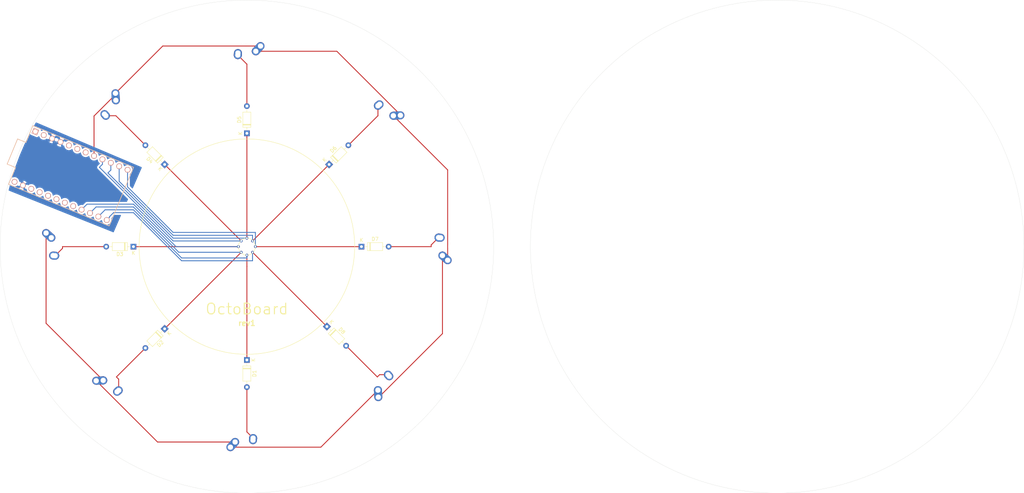
<source format=kicad_pcb>
(kicad_pcb (version 20171130) (host pcbnew "(5.1.5)-3")

  (general
    (thickness 1.6)
    (drawings 6)
    (tracks 106)
    (zones 0)
    (modules 25)
    (nets 31)
  )

  (page A4)
  (layers
    (0 F.Cu signal)
    (31 B.Cu signal)
    (32 B.Adhes user)
    (33 F.Adhes user)
    (34 B.Paste user)
    (35 F.Paste user)
    (36 B.SilkS user)
    (37 F.SilkS user)
    (38 B.Mask user)
    (39 F.Mask user)
    (40 Dwgs.User user)
    (41 Cmts.User user)
    (42 Eco1.User user)
    (43 Eco2.User user)
    (44 Edge.Cuts user)
    (45 Margin user)
    (46 B.CrtYd user)
    (47 F.CrtYd user)
    (48 B.Fab user)
    (49 F.Fab user)
  )

  (setup
    (last_trace_width 0.25)
    (trace_clearance 0.2)
    (zone_clearance 0.508)
    (zone_45_only no)
    (trace_min 0.2)
    (via_size 0.8)
    (via_drill 0.4)
    (via_min_size 0.4)
    (via_min_drill 0.3)
    (uvia_size 0.3)
    (uvia_drill 0.1)
    (uvias_allowed no)
    (uvia_min_size 0.2)
    (uvia_min_drill 0.1)
    (edge_width 0.05)
    (segment_width 0.2)
    (pcb_text_width 0.3)
    (pcb_text_size 1.5 1.5)
    (mod_edge_width 0.12)
    (mod_text_size 1 1)
    (mod_text_width 0.15)
    (pad_size 1.524 1.524)
    (pad_drill 0.762)
    (pad_to_mask_clearance 0.051)
    (solder_mask_min_width 0.25)
    (aux_axis_origin 0 0)
    (grid_origin 159.54375 114.3)
    (visible_elements FFFFFF7F)
    (pcbplotparams
      (layerselection 0x010fc_ffffffff)
      (usegerberextensions false)
      (usegerberattributes false)
      (usegerberadvancedattributes false)
      (creategerberjobfile false)
      (excludeedgelayer true)
      (linewidth 0.100000)
      (plotframeref false)
      (viasonmask false)
      (mode 1)
      (useauxorigin false)
      (hpglpennumber 1)
      (hpglpenspeed 20)
      (hpglpendiameter 15.000000)
      (psnegative false)
      (psa4output false)
      (plotreference true)
      (plotvalue true)
      (plotinvisibletext false)
      (padsonsilk false)
      (subtractmaskfromsilk false)
      (outputformat 1)
      (mirror false)
      (drillshape 0)
      (scaleselection 1)
      (outputdirectory "Gerbers/"))
  )

  (net 0 "")
  (net 1 "Net-(D1-Pad2)")
  (net 2 ROW0)
  (net 3 "Net-(D2-Pad2)")
  (net 4 ROW1)
  (net 5 "Net-(D3-Pad2)")
  (net 6 ROW2)
  (net 7 "Net-(D4-Pad2)")
  (net 8 ROW3)
  (net 9 "Net-(D5-Pad2)")
  (net 10 ROW4)
  (net 11 "Net-(D6-Pad2)")
  (net 12 ROW5)
  (net 13 "Net-(D7-Pad2)")
  (net 14 ROW6)
  (net 15 "Net-(D8-Pad2)")
  (net 16 ROW7)
  (net 17 COL0)
  (net 18 "Net-(U1-Pad24)")
  (net 19 GND)
  (net 20 "Net-(U1-Pad22)")
  (net 21 "Net-(U1-Pad21)")
  (net 22 "Net-(U1-Pad7)")
  (net 23 "Net-(U1-Pad6)")
  (net 24 "Net-(U1-Pad5)")
  (net 25 "Net-(U1-Pad2)")
  (net 26 "Net-(U1-Pad1)")
  (net 27 "Net-(U1-Pad20)")
  (net 28 "Net-(U1-Pad19)")
  (net 29 "Net-(U1-Pad18)")
  (net 30 "Net-(U1-Pad17)")

  (net_class Default "This is the default net class."
    (clearance 0.2)
    (trace_width 0.25)
    (via_dia 0.8)
    (via_drill 0.4)
    (uvia_dia 0.3)
    (uvia_drill 0.1)
    (add_net COL0)
    (add_net GND)
    (add_net "Net-(D1-Pad2)")
    (add_net "Net-(D2-Pad2)")
    (add_net "Net-(D3-Pad2)")
    (add_net "Net-(D4-Pad2)")
    (add_net "Net-(D5-Pad2)")
    (add_net "Net-(D6-Pad2)")
    (add_net "Net-(D7-Pad2)")
    (add_net "Net-(D8-Pad2)")
    (add_net "Net-(U1-Pad1)")
    (add_net "Net-(U1-Pad17)")
    (add_net "Net-(U1-Pad18)")
    (add_net "Net-(U1-Pad19)")
    (add_net "Net-(U1-Pad2)")
    (add_net "Net-(U1-Pad20)")
    (add_net "Net-(U1-Pad21)")
    (add_net "Net-(U1-Pad22)")
    (add_net "Net-(U1-Pad24)")
    (add_net "Net-(U1-Pad5)")
    (add_net "Net-(U1-Pad6)")
    (add_net "Net-(U1-Pad7)")
    (add_net ROW0)
    (add_net ROW1)
    (add_net ROW2)
    (add_net ROW3)
    (add_net ROW4)
    (add_net ROW5)
    (add_net ROW6)
    (add_net ROW7)
  )

  (module MountingHole:MountingHole_2.2mm_M2 (layer F.Cu) (tedit 56D1B4CB) (tstamp 5E89BA1B)
    (at 367.50625 90.4875)
    (descr "Mounting Hole 2.2mm, no annular, M2")
    (tags "mounting hole 2.2mm no annular m2")
    (attr virtual)
    (fp_text reference REF** (at 0 -3.2) (layer F.SilkS) hide
      (effects (font (size 1 1) (thickness 0.15)))
    )
    (fp_text value MountingHole_2.2mm_M2 (at 0 3.2) (layer F.Fab)
      (effects (font (size 1 1) (thickness 0.15)))
    )
    (fp_text user %R (at 0.3 0) (layer F.Fab)
      (effects (font (size 1 1) (thickness 0.15)))
    )
    (fp_circle (center 0 0) (end 2.2 0) (layer Cmts.User) (width 0.15))
    (fp_circle (center 0 0) (end 2.45 0) (layer F.CrtYd) (width 0.05))
    (pad 1 np_thru_hole circle (at 0 0) (size 2.2 2.2) (drill 2.2) (layers *.Cu *.Mask))
  )

  (module MountingHole:MountingHole_2.2mm_M2 (layer F.Cu) (tedit 56D1B4CB) (tstamp 5E89BA14)
    (at 284.1625 54.76875)
    (descr "Mounting Hole 2.2mm, no annular, M2")
    (tags "mounting hole 2.2mm no annular m2")
    (attr virtual)
    (fp_text reference REF** (at 0 -3.2) (layer F.SilkS) hide
      (effects (font (size 1 1) (thickness 0.15)))
    )
    (fp_text value MountingHole_2.2mm_M2 (at 0 3.2) (layer F.Fab)
      (effects (font (size 1 1) (thickness 0.15)))
    )
    (fp_circle (center 0 0) (end 2.45 0) (layer F.CrtYd) (width 0.05))
    (fp_circle (center 0 0) (end 2.2 0) (layer Cmts.User) (width 0.15))
    (fp_text user %R (at 0.3 0) (layer F.Fab)
      (effects (font (size 1 1) (thickness 0.15)))
    )
    (pad 1 np_thru_hole circle (at 0 0) (size 2.2 2.2) (drill 2.2) (layers *.Cu *.Mask))
  )

  (module MountingHole:MountingHole_2.2mm_M2 (layer F.Cu) (tedit 56D1B4CB) (tstamp 5E89BA0D)
    (at 248.44375 138.1125)
    (descr "Mounting Hole 2.2mm, no annular, M2")
    (tags "mounting hole 2.2mm no annular m2")
    (attr virtual)
    (fp_text reference REF** (at 0 -3.2) (layer F.SilkS) hide
      (effects (font (size 1 1) (thickness 0.15)))
    )
    (fp_text value MountingHole_2.2mm_M2 (at 0 3.2) (layer F.Fab)
      (effects (font (size 1 1) (thickness 0.15)))
    )
    (fp_circle (center 0 0) (end 2.45 0) (layer F.CrtYd) (width 0.05))
    (fp_circle (center 0 0) (end 2.2 0) (layer Cmts.User) (width 0.15))
    (fp_text user %R (at 0.3 0) (layer F.Fab)
      (effects (font (size 1 1) (thickness 0.15)))
    )
    (pad 1 np_thru_hole circle (at 0 0) (size 2.2 2.2) (drill 2.2) (layers *.Cu *.Mask))
  )

  (module MountingHole:MountingHole_2.2mm_M2 (layer F.Cu) (tedit 56D1B4CB) (tstamp 5E89BA06)
    (at 331.7875 173.83125)
    (descr "Mounting Hole 2.2mm, no annular, M2")
    (tags "mounting hole 2.2mm no annular m2")
    (attr virtual)
    (fp_text reference REF** (at 0 -3.2) (layer F.SilkS) hide
      (effects (font (size 1 1) (thickness 0.15)))
    )
    (fp_text value MountingHole_2.2mm_M2 (at 0 3.2) (layer F.Fab)
      (effects (font (size 1 1) (thickness 0.15)))
    )
    (fp_circle (center 0 0) (end 2.45 0) (layer F.CrtYd) (width 0.05))
    (fp_circle (center 0 0) (end 2.2 0) (layer Cmts.User) (width 0.15))
    (fp_text user %R (at 0.3 0) (layer F.Fab)
      (effects (font (size 1 1) (thickness 0.15)))
    )
    (pad 1 np_thru_hole circle (at 0 0) (size 2.2 2.2) (drill 2.2) (layers *.Cu *.Mask))
  )

  (module MountingHole:MountingHole_2.2mm_M2 (layer F.Cu) (tedit 56D1B4CB) (tstamp 5E89B376)
    (at 135.73125 54.76875)
    (descr "Mounting Hole 2.2mm, no annular, M2")
    (tags "mounting hole 2.2mm no annular m2")
    (attr virtual)
    (fp_text reference REF** (at 0 -3.2) (layer F.SilkS) hide
      (effects (font (size 1 1) (thickness 0.15)))
    )
    (fp_text value MountingHole_2.2mm_M2 (at 0 3.2) (layer F.Fab)
      (effects (font (size 1 1) (thickness 0.15)))
    )
    (fp_text user %R (at 0.3 0) (layer F.Fab)
      (effects (font (size 1 1) (thickness 0.15)))
    )
    (fp_circle (center 0 0) (end 2.2 0) (layer Cmts.User) (width 0.15))
    (fp_circle (center 0 0) (end 2.45 0) (layer F.CrtYd) (width 0.05))
    (pad 1 np_thru_hole circle (at 0 0) (size 2.2 2.2) (drill 2.2) (layers *.Cu *.Mask))
  )

  (module MountingHole:MountingHole_2.2mm_M2 (layer F.Cu) (tedit 56D1B4CB) (tstamp 5E89B456)
    (at 100.0125 138.1125)
    (descr "Mounting Hole 2.2mm, no annular, M2")
    (tags "mounting hole 2.2mm no annular m2")
    (attr virtual)
    (fp_text reference REF** (at 0 -3.2) (layer F.SilkS) hide
      (effects (font (size 1 1) (thickness 0.15)))
    )
    (fp_text value MountingHole_2.2mm_M2 (at 0 3.2) (layer F.Fab)
      (effects (font (size 1 1) (thickness 0.15)))
    )
    (fp_text user %R (at 0.3 0) (layer F.Fab)
      (effects (font (size 1 1) (thickness 0.15)))
    )
    (fp_circle (center 0 0) (end 2.2 0) (layer Cmts.User) (width 0.15))
    (fp_circle (center 0 0) (end 2.45 0) (layer F.CrtYd) (width 0.05))
    (pad 1 np_thru_hole circle (at 0 0) (size 2.2 2.2) (drill 2.2) (layers *.Cu *.Mask))
  )

  (module MountingHole:MountingHole_2.2mm_M2 (layer F.Cu) (tedit 56D1B4CB) (tstamp 5E89B376)
    (at 183.35625 173.83125)
    (descr "Mounting Hole 2.2mm, no annular, M2")
    (tags "mounting hole 2.2mm no annular m2")
    (attr virtual)
    (fp_text reference REF** (at 0 -3.2) (layer F.SilkS) hide
      (effects (font (size 1 1) (thickness 0.15)))
    )
    (fp_text value MountingHole_2.2mm_M2 (at 0 3.2) (layer F.Fab)
      (effects (font (size 1 1) (thickness 0.15)))
    )
    (fp_text user %R (at 0.3 0) (layer F.Fab)
      (effects (font (size 1 1) (thickness 0.15)))
    )
    (fp_circle (center 0 0) (end 2.2 0) (layer Cmts.User) (width 0.15))
    (fp_circle (center 0 0) (end 2.45 0) (layer F.CrtYd) (width 0.05))
    (pad 1 np_thru_hole circle (at 0 0) (size 2.2 2.2) (drill 2.2) (layers *.Cu *.Mask))
  )

  (module MountingHole:MountingHole_2.2mm_M2 (layer F.Cu) (tedit 56D1B4CB) (tstamp 5E89B355)
    (at 219.075 90.4875)
    (descr "Mounting Hole 2.2mm, no annular, M2")
    (tags "mounting hole 2.2mm no annular m2")
    (attr virtual)
    (fp_text reference REF** (at 0 -3.2) (layer F.SilkS) hide
      (effects (font (size 1 1) (thickness 0.15)))
    )
    (fp_text value MountingHole_2.2mm_M2 (at 0 3.2) (layer F.Fab)
      (effects (font (size 1 1) (thickness 0.15)))
    )
    (fp_circle (center 0 0) (end 2.45 0) (layer F.CrtYd) (width 0.05))
    (fp_circle (center 0 0) (end 2.2 0) (layer Cmts.User) (width 0.15))
    (fp_text user %R (at 0.3 0) (layer F.Fab)
      (effects (font (size 1 1) (thickness 0.15)))
    )
    (pad 1 np_thru_hole circle (at 0 0) (size 2.2 2.2) (drill 2.2) (layers *.Cu *.Mask))
  )

  (module MX_Alps_Hybrid:MX-1U-NoLED (layer F.Cu) (tedit 5A9F5203) (tstamp 5E8913D4)
    (at 218.28125 114.3 90)
    (path /5E8917CA)
    (fp_text reference MX7 (at 0 3.175 90) (layer Dwgs.User)
      (effects (font (size 1 1) (thickness 0.15)))
    )
    (fp_text value MX-NoLED (at 0 -7.9375 90) (layer Dwgs.User)
      (effects (font (size 1 1) (thickness 0.15)))
    )
    (fp_line (start -9.525 9.525) (end -9.525 -9.525) (layer Dwgs.User) (width 0.15))
    (fp_line (start 9.525 9.525) (end -9.525 9.525) (layer Dwgs.User) (width 0.15))
    (fp_line (start 9.525 -9.525) (end 9.525 9.525) (layer Dwgs.User) (width 0.15))
    (fp_line (start -9.525 -9.525) (end 9.525 -9.525) (layer Dwgs.User) (width 0.15))
    (fp_line (start -7 -7) (end -7 -5) (layer Dwgs.User) (width 0.15))
    (fp_line (start -5 -7) (end -7 -7) (layer Dwgs.User) (width 0.15))
    (fp_line (start -7 7) (end -5 7) (layer Dwgs.User) (width 0.15))
    (fp_line (start -7 5) (end -7 7) (layer Dwgs.User) (width 0.15))
    (fp_line (start 7 7) (end 7 5) (layer Dwgs.User) (width 0.15))
    (fp_line (start 5 7) (end 7 7) (layer Dwgs.User) (width 0.15))
    (fp_line (start 7 -7) (end 7 -5) (layer Dwgs.User) (width 0.15))
    (fp_line (start 5 -7) (end 7 -7) (layer Dwgs.User) (width 0.15))
    (pad "" np_thru_hole circle (at 5.08 0 138.0996) (size 1.75 1.75) (drill 1.75) (layers *.Cu *.Mask))
    (pad "" np_thru_hole circle (at -5.08 0 138.0996) (size 1.75 1.75) (drill 1.75) (layers *.Cu *.Mask))
    (pad 1 thru_hole circle (at -2.5 -4 90) (size 2.25 2.25) (drill 1.47) (layers *.Cu B.Mask)
      (net 17 COL0))
    (pad "" np_thru_hole circle (at 0 0 90) (size 3.9878 3.9878) (drill 3.9878) (layers *.Cu *.Mask))
    (pad 1 thru_hole oval (at -3.81 -2.54 138.0996) (size 4.211556 2.25) (drill 1.47 (offset 0.980778 0)) (layers *.Cu B.Mask)
      (net 17 COL0))
    (pad 2 thru_hole circle (at 2.54 -5.08 90) (size 2.25 2.25) (drill 1.47) (layers *.Cu B.Mask)
      (net 13 "Net-(D7-Pad2)"))
    (pad 2 thru_hole oval (at 2.5 -4.5 176.0548) (size 2.831378 2.25) (drill 1.47 (offset 0.290689 0)) (layers *.Cu B.Mask)
      (net 13 "Net-(D7-Pad2)"))
  )

  (module promicro:ProMicro (layer B.Cu) (tedit 5A06A962) (tstamp 5E897655)
    (at 110.33125 94.45625 337.5)
    (descr "Pro Micro footprint")
    (tags "promicro ProMicro")
    (path /5E88BA59)
    (fp_text reference U1 (at 0 10.16 157.5) (layer B.SilkS) hide
      (effects (font (size 1 1) (thickness 0.15)) (justify mirror))
    )
    (fp_text value ProMicro (at 0 -10.16 157.5) (layer B.Fab)
      (effects (font (size 1 1) (thickness 0.15)) (justify mirror))
    )
    (fp_line (start 15.24 8.89) (end 15.24 -8.89) (layer B.SilkS) (width 0.15))
    (fp_line (start -15.24 8.89) (end 15.24 8.89) (layer B.SilkS) (width 0.15))
    (fp_line (start -15.24 3.81) (end -15.24 8.89) (layer B.SilkS) (width 0.15))
    (fp_line (start -17.78 3.81) (end -15.24 3.81) (layer B.SilkS) (width 0.15))
    (fp_line (start -17.78 -3.81) (end -17.78 3.81) (layer B.SilkS) (width 0.15))
    (fp_line (start -15.24 -3.81) (end -17.78 -3.81) (layer B.SilkS) (width 0.15))
    (fp_line (start -15.24 -8.89) (end -15.24 -3.81) (layer B.SilkS) (width 0.15))
    (fp_line (start -15.24 -8.89) (end 15.24 -8.89) (layer B.SilkS) (width 0.15))
    (fp_line (start -15.24 8.89) (end 15.24 8.89) (layer F.SilkS) (width 0.15))
    (fp_line (start -15.24 3.81) (end -15.24 8.89) (layer F.SilkS) (width 0.15))
    (fp_line (start -17.78 3.81) (end -15.24 3.81) (layer F.SilkS) (width 0.15))
    (fp_line (start -17.78 -3.81) (end -17.78 3.81) (layer F.SilkS) (width 0.15))
    (fp_line (start -15.24 -3.81) (end -17.78 -3.81) (layer F.SilkS) (width 0.15))
    (fp_line (start -15.24 -8.89) (end -15.24 -3.81) (layer F.SilkS) (width 0.15))
    (fp_line (start 15.24 -8.89) (end -15.24 -8.89) (layer F.SilkS) (width 0.15))
    (fp_line (start 15.24 8.89) (end 15.24 -8.89) (layer F.SilkS) (width 0.15))
    (pad 24 thru_hole circle (at -13.97 7.62 337.5) (size 1.6 1.6) (drill 1.1) (layers *.Cu *.Mask B.SilkS)
      (net 18 "Net-(U1-Pad24)"))
    (pad 23 thru_hole circle (at -11.43 7.62 337.5) (size 1.6 1.6) (drill 1.1) (layers *.Cu *.Mask B.SilkS)
      (net 19 GND))
    (pad 22 thru_hole circle (at -8.89 7.62 337.5) (size 1.6 1.6) (drill 1.1) (layers *.Cu *.Mask B.SilkS)
      (net 20 "Net-(U1-Pad22)"))
    (pad 21 thru_hole circle (at -6.35 7.62 337.5) (size 1.6 1.6) (drill 1.1) (layers *.Cu *.Mask B.SilkS)
      (net 21 "Net-(U1-Pad21)"))
    (pad 20 thru_hole circle (at -3.81 7.62 337.5) (size 1.6 1.6) (drill 1.1) (layers *.Cu *.Mask B.SilkS)
      (net 27 "Net-(U1-Pad20)"))
    (pad 19 thru_hole circle (at -1.27 7.62 337.5) (size 1.6 1.6) (drill 1.1) (layers *.Cu *.Mask B.SilkS)
      (net 28 "Net-(U1-Pad19)"))
    (pad 18 thru_hole circle (at 1.27 7.62 337.5) (size 1.6 1.6) (drill 1.1) (layers *.Cu *.Mask B.SilkS)
      (net 29 "Net-(U1-Pad18)"))
    (pad 17 thru_hole circle (at 3.81 7.62 337.5) (size 1.6 1.6) (drill 1.1) (layers *.Cu *.Mask B.SilkS)
      (net 30 "Net-(U1-Pad17)"))
    (pad 16 thru_hole circle (at 6.35 7.62 337.5) (size 1.6 1.6) (drill 1.1) (layers *.Cu *.Mask B.SilkS)
      (net 6 ROW2))
    (pad 15 thru_hole circle (at 8.89 7.62 337.5) (size 1.6 1.6) (drill 1.1) (layers *.Cu *.Mask B.SilkS)
      (net 4 ROW1))
    (pad 14 thru_hole circle (at 11.43 7.62 337.5) (size 1.6 1.6) (drill 1.1) (layers *.Cu *.Mask B.SilkS)
      (net 2 ROW0))
    (pad 13 thru_hole circle (at 13.97 7.62 337.5) (size 1.6 1.6) (drill 1.1) (layers *.Cu *.Mask B.SilkS)
      (net 16 ROW7))
    (pad 12 thru_hole circle (at 13.97 -7.62 337.5) (size 1.6 1.6) (drill 1.1) (layers *.Cu *.Mask B.SilkS)
      (net 14 ROW6))
    (pad 11 thru_hole circle (at 11.43 -7.62 337.5) (size 1.6 1.6) (drill 1.1) (layers *.Cu *.Mask B.SilkS)
      (net 12 ROW5))
    (pad 10 thru_hole circle (at 8.89 -7.62 337.5) (size 1.6 1.6) (drill 1.1) (layers *.Cu *.Mask B.SilkS)
      (net 10 ROW4))
    (pad 9 thru_hole circle (at 6.35 -7.62 337.5) (size 1.6 1.6) (drill 1.1) (layers *.Cu *.Mask B.SilkS)
      (net 8 ROW3))
    (pad 8 thru_hole circle (at 3.81 -7.62 337.5) (size 1.6 1.6) (drill 1.1) (layers *.Cu *.Mask B.SilkS)
      (net 17 COL0))
    (pad 7 thru_hole circle (at 1.27 -7.62 337.5) (size 1.6 1.6) (drill 1.1) (layers *.Cu *.Mask B.SilkS)
      (net 22 "Net-(U1-Pad7)"))
    (pad 6 thru_hole circle (at -1.27 -7.62 337.5) (size 1.6 1.6) (drill 1.1) (layers *.Cu *.Mask B.SilkS)
      (net 23 "Net-(U1-Pad6)"))
    (pad 5 thru_hole circle (at -3.81 -7.62 337.5) (size 1.6 1.6) (drill 1.1) (layers *.Cu *.Mask B.SilkS)
      (net 24 "Net-(U1-Pad5)"))
    (pad 4 thru_hole circle (at -6.35 -7.62 337.5) (size 1.6 1.6) (drill 1.1) (layers *.Cu *.Mask B.SilkS)
      (net 19 GND))
    (pad 3 thru_hole circle (at -8.89 -7.62 337.5) (size 1.6 1.6) (drill 1.1) (layers *.Cu *.Mask B.SilkS)
      (net 19 GND))
    (pad 2 thru_hole circle (at -11.43 -7.62 337.5) (size 1.6 1.6) (drill 1.1) (layers *.Cu *.Mask B.SilkS)
      (net 25 "Net-(U1-Pad2)"))
    (pad 1 thru_hole rect (at -13.97 -7.62 337.5) (size 1.6 1.6) (drill 1.1) (layers *.Cu *.Mask B.SilkS)
      (net 26 "Net-(U1-Pad1)"))
  )

  (module MX_Alps_Hybrid:MX-1U-NoLED (layer F.Cu) (tedit 5A9F5203) (tstamp 5E8913EB)
    (at 200.81875 155.575 45)
    (path /5E892461)
    (fp_text reference MX8 (at 0 3.175 45) (layer Dwgs.User)
      (effects (font (size 1 1) (thickness 0.15)))
    )
    (fp_text value MX-NoLED (at 0 -7.9375 45) (layer Dwgs.User)
      (effects (font (size 1 1) (thickness 0.15)))
    )
    (fp_line (start -9.525 9.525) (end -9.525 -9.525) (layer Dwgs.User) (width 0.15))
    (fp_line (start 9.525 9.525) (end -9.525 9.525) (layer Dwgs.User) (width 0.15))
    (fp_line (start 9.525 -9.525) (end 9.525 9.525) (layer Dwgs.User) (width 0.15))
    (fp_line (start -9.525 -9.525) (end 9.525 -9.525) (layer Dwgs.User) (width 0.15))
    (fp_line (start -7 -7) (end -7 -5) (layer Dwgs.User) (width 0.15))
    (fp_line (start -5 -7) (end -7 -7) (layer Dwgs.User) (width 0.15))
    (fp_line (start -7 7) (end -5 7) (layer Dwgs.User) (width 0.15))
    (fp_line (start -7 5) (end -7 7) (layer Dwgs.User) (width 0.15))
    (fp_line (start 7 7) (end 7 5) (layer Dwgs.User) (width 0.15))
    (fp_line (start 5 7) (end 7 7) (layer Dwgs.User) (width 0.15))
    (fp_line (start 7 -7) (end 7 -5) (layer Dwgs.User) (width 0.15))
    (fp_line (start 5 -7) (end 7 -7) (layer Dwgs.User) (width 0.15))
    (pad "" np_thru_hole circle (at 5.08 0 93.0996) (size 1.75 1.75) (drill 1.75) (layers *.Cu *.Mask))
    (pad "" np_thru_hole circle (at -5.08 0 93.0996) (size 1.75 1.75) (drill 1.75) (layers *.Cu *.Mask))
    (pad 1 thru_hole circle (at -2.5 -4 45) (size 2.25 2.25) (drill 1.47) (layers *.Cu B.Mask)
      (net 17 COL0))
    (pad "" np_thru_hole circle (at 0 0 45) (size 3.9878 3.9878) (drill 3.9878) (layers *.Cu *.Mask))
    (pad 1 thru_hole oval (at -3.81 -2.54 93.0996) (size 4.211556 2.25) (drill 1.47 (offset 0.980778 0)) (layers *.Cu B.Mask)
      (net 17 COL0))
    (pad 2 thru_hole circle (at 2.54 -5.08 45) (size 2.25 2.25) (drill 1.47) (layers *.Cu B.Mask)
      (net 15 "Net-(D8-Pad2)"))
    (pad 2 thru_hole oval (at 2.5 -4.5 131.0548) (size 2.831378 2.25) (drill 1.47 (offset 0.290689 0)) (layers *.Cu B.Mask)
      (net 15 "Net-(D8-Pad2)"))
  )

  (module MX_Alps_Hybrid:MX-1U-NoLED (layer F.Cu) (tedit 5A9F5203) (tstamp 5E8959D9)
    (at 201.6125 73.025 135)
    (path /5E891726)
    (fp_text reference MX6 (at 0 3.175 135) (layer Dwgs.User)
      (effects (font (size 1 1) (thickness 0.15)))
    )
    (fp_text value MX-NoLED (at 0 -7.9375 135) (layer Dwgs.User)
      (effects (font (size 1 1) (thickness 0.15)))
    )
    (fp_line (start -9.525 9.525) (end -9.525 -9.525) (layer Dwgs.User) (width 0.15))
    (fp_line (start 9.525 9.525) (end -9.525 9.525) (layer Dwgs.User) (width 0.15))
    (fp_line (start 9.525 -9.525) (end 9.525 9.525) (layer Dwgs.User) (width 0.15))
    (fp_line (start -9.525 -9.525) (end 9.525 -9.525) (layer Dwgs.User) (width 0.15))
    (fp_line (start -7 -7) (end -7 -5) (layer Dwgs.User) (width 0.15))
    (fp_line (start -5 -7) (end -7 -7) (layer Dwgs.User) (width 0.15))
    (fp_line (start -7 7) (end -5 7) (layer Dwgs.User) (width 0.15))
    (fp_line (start -7 5) (end -7 7) (layer Dwgs.User) (width 0.15))
    (fp_line (start 7 7) (end 7 5) (layer Dwgs.User) (width 0.15))
    (fp_line (start 5 7) (end 7 7) (layer Dwgs.User) (width 0.15))
    (fp_line (start 7 -7) (end 7 -5) (layer Dwgs.User) (width 0.15))
    (fp_line (start 5 -7) (end 7 -7) (layer Dwgs.User) (width 0.15))
    (pad "" np_thru_hole circle (at 5.08 0 183.0996) (size 1.75 1.75) (drill 1.75) (layers *.Cu *.Mask))
    (pad "" np_thru_hole circle (at -5.08 0 183.0996) (size 1.75 1.75) (drill 1.75) (layers *.Cu *.Mask))
    (pad 1 thru_hole circle (at -2.5 -4 135) (size 2.25 2.25) (drill 1.47) (layers *.Cu B.Mask)
      (net 17 COL0))
    (pad "" np_thru_hole circle (at 0 0 135) (size 3.9878 3.9878) (drill 3.9878) (layers *.Cu *.Mask))
    (pad 1 thru_hole oval (at -3.81 -2.54 183.0996) (size 4.211556 2.25) (drill 1.47 (offset 0.980778 0)) (layers *.Cu B.Mask)
      (net 17 COL0))
    (pad 2 thru_hole circle (at 2.54 -5.08 135) (size 2.25 2.25) (drill 1.47) (layers *.Cu B.Mask)
      (net 11 "Net-(D6-Pad2)"))
    (pad 2 thru_hole oval (at 2.5 -4.5 221.0548) (size 2.831378 2.25) (drill 1.47 (offset 0.290689 0)) (layers *.Cu B.Mask)
      (net 11 "Net-(D6-Pad2)"))
  )

  (module MX_Alps_Hybrid:MX-1U-NoLED (layer F.Cu) (tedit 5A9F5203) (tstamp 5E8913A6)
    (at 159.54375 55.5625 180)
    (path /5E8904A7)
    (fp_text reference MX5 (at 0 3.175) (layer Dwgs.User)
      (effects (font (size 1 1) (thickness 0.15)))
    )
    (fp_text value MX-NoLED (at 0 -7.9375) (layer Dwgs.User)
      (effects (font (size 1 1) (thickness 0.15)))
    )
    (fp_line (start -9.525 9.525) (end -9.525 -9.525) (layer Dwgs.User) (width 0.15))
    (fp_line (start 9.525 9.525) (end -9.525 9.525) (layer Dwgs.User) (width 0.15))
    (fp_line (start 9.525 -9.525) (end 9.525 9.525) (layer Dwgs.User) (width 0.15))
    (fp_line (start -9.525 -9.525) (end 9.525 -9.525) (layer Dwgs.User) (width 0.15))
    (fp_line (start -7 -7) (end -7 -5) (layer Dwgs.User) (width 0.15))
    (fp_line (start -5 -7) (end -7 -7) (layer Dwgs.User) (width 0.15))
    (fp_line (start -7 7) (end -5 7) (layer Dwgs.User) (width 0.15))
    (fp_line (start -7 5) (end -7 7) (layer Dwgs.User) (width 0.15))
    (fp_line (start 7 7) (end 7 5) (layer Dwgs.User) (width 0.15))
    (fp_line (start 5 7) (end 7 7) (layer Dwgs.User) (width 0.15))
    (fp_line (start 7 -7) (end 7 -5) (layer Dwgs.User) (width 0.15))
    (fp_line (start 5 -7) (end 7 -7) (layer Dwgs.User) (width 0.15))
    (pad "" np_thru_hole circle (at 5.08 0 228.0996) (size 1.75 1.75) (drill 1.75) (layers *.Cu *.Mask))
    (pad "" np_thru_hole circle (at -5.08 0 228.0996) (size 1.75 1.75) (drill 1.75) (layers *.Cu *.Mask))
    (pad 1 thru_hole circle (at -2.5 -4 180) (size 2.25 2.25) (drill 1.47) (layers *.Cu B.Mask)
      (net 17 COL0))
    (pad "" np_thru_hole circle (at 0 0 180) (size 3.9878 3.9878) (drill 3.9878) (layers *.Cu *.Mask))
    (pad 1 thru_hole oval (at -3.81 -2.54 228.0996) (size 4.211556 2.25) (drill 1.47 (offset 0.980778 0)) (layers *.Cu B.Mask)
      (net 17 COL0))
    (pad 2 thru_hole circle (at 2.54 -5.08 180) (size 2.25 2.25) (drill 1.47) (layers *.Cu B.Mask)
      (net 9 "Net-(D5-Pad2)"))
    (pad 2 thru_hole oval (at 2.5 -4.5 266.0548) (size 2.831378 2.25) (drill 1.47 (offset 0.290689 0)) (layers *.Cu B.Mask)
      (net 9 "Net-(D5-Pad2)"))
  )

  (module MX_Alps_Hybrid:MX-1U-NoLED (layer F.Cu) (tedit 5A9F5203) (tstamp 5E89138F)
    (at 118.26875 72.23125 225)
    (path /5E88F90E)
    (fp_text reference MX4 (at 0 3.175 45) (layer Dwgs.User)
      (effects (font (size 1 1) (thickness 0.15)))
    )
    (fp_text value MX-NoLED (at 0 -7.9375 45) (layer Dwgs.User)
      (effects (font (size 1 1) (thickness 0.15)))
    )
    (fp_line (start -9.525 9.525) (end -9.525 -9.525) (layer Dwgs.User) (width 0.15))
    (fp_line (start 9.525 9.525) (end -9.525 9.525) (layer Dwgs.User) (width 0.15))
    (fp_line (start 9.525 -9.525) (end 9.525 9.525) (layer Dwgs.User) (width 0.15))
    (fp_line (start -9.525 -9.525) (end 9.525 -9.525) (layer Dwgs.User) (width 0.15))
    (fp_line (start -7 -7) (end -7 -5) (layer Dwgs.User) (width 0.15))
    (fp_line (start -5 -7) (end -7 -7) (layer Dwgs.User) (width 0.15))
    (fp_line (start -7 7) (end -5 7) (layer Dwgs.User) (width 0.15))
    (fp_line (start -7 5) (end -7 7) (layer Dwgs.User) (width 0.15))
    (fp_line (start 7 7) (end 7 5) (layer Dwgs.User) (width 0.15))
    (fp_line (start 5 7) (end 7 7) (layer Dwgs.User) (width 0.15))
    (fp_line (start 7 -7) (end 7 -5) (layer Dwgs.User) (width 0.15))
    (fp_line (start 5 -7) (end 7 -7) (layer Dwgs.User) (width 0.15))
    (pad "" np_thru_hole circle (at 5.08 0 273.0996) (size 1.75 1.75) (drill 1.75) (layers *.Cu *.Mask))
    (pad "" np_thru_hole circle (at -5.08 0 273.0996) (size 1.75 1.75) (drill 1.75) (layers *.Cu *.Mask))
    (pad 1 thru_hole circle (at -2.5 -4 225) (size 2.25 2.25) (drill 1.47) (layers *.Cu B.Mask)
      (net 17 COL0))
    (pad "" np_thru_hole circle (at 0 0 225) (size 3.9878 3.9878) (drill 3.9878) (layers *.Cu *.Mask))
    (pad 1 thru_hole oval (at -3.81 -2.54 273.0996) (size 4.211556 2.25) (drill 1.47 (offset 0.980778 0)) (layers *.Cu B.Mask)
      (net 17 COL0))
    (pad 2 thru_hole circle (at 2.54 -5.08 225) (size 2.25 2.25) (drill 1.47) (layers *.Cu B.Mask)
      (net 7 "Net-(D4-Pad2)"))
    (pad 2 thru_hole oval (at 2.5 -4.5 311.0548) (size 2.831378 2.25) (drill 1.47 (offset 0.290689 0)) (layers *.Cu B.Mask)
      (net 7 "Net-(D4-Pad2)"))
  )

  (module MX_Alps_Hybrid:MX-1U-NoLED (layer F.Cu) (tedit 5A9F5203) (tstamp 5E891378)
    (at 100.80625 114.3 270)
    (path /5E88C249)
    (fp_text reference MX3 (at 0 3.175 90) (layer Dwgs.User)
      (effects (font (size 1 1) (thickness 0.15)))
    )
    (fp_text value MX-NoLED (at 0 -7.9375 90) (layer Dwgs.User)
      (effects (font (size 1 1) (thickness 0.15)))
    )
    (fp_line (start -9.525 9.525) (end -9.525 -9.525) (layer Dwgs.User) (width 0.15))
    (fp_line (start 9.525 9.525) (end -9.525 9.525) (layer Dwgs.User) (width 0.15))
    (fp_line (start 9.525 -9.525) (end 9.525 9.525) (layer Dwgs.User) (width 0.15))
    (fp_line (start -9.525 -9.525) (end 9.525 -9.525) (layer Dwgs.User) (width 0.15))
    (fp_line (start -7 -7) (end -7 -5) (layer Dwgs.User) (width 0.15))
    (fp_line (start -5 -7) (end -7 -7) (layer Dwgs.User) (width 0.15))
    (fp_line (start -7 7) (end -5 7) (layer Dwgs.User) (width 0.15))
    (fp_line (start -7 5) (end -7 7) (layer Dwgs.User) (width 0.15))
    (fp_line (start 7 7) (end 7 5) (layer Dwgs.User) (width 0.15))
    (fp_line (start 5 7) (end 7 7) (layer Dwgs.User) (width 0.15))
    (fp_line (start 7 -7) (end 7 -5) (layer Dwgs.User) (width 0.15))
    (fp_line (start 5 -7) (end 7 -7) (layer Dwgs.User) (width 0.15))
    (pad "" np_thru_hole circle (at 5.08 0 318.0996) (size 1.75 1.75) (drill 1.75) (layers *.Cu *.Mask))
    (pad "" np_thru_hole circle (at -5.08 0 318.0996) (size 1.75 1.75) (drill 1.75) (layers *.Cu *.Mask))
    (pad 1 thru_hole circle (at -2.5 -4 270) (size 2.25 2.25) (drill 1.47) (layers *.Cu B.Mask)
      (net 17 COL0))
    (pad "" np_thru_hole circle (at 0 0 270) (size 3.9878 3.9878) (drill 3.9878) (layers *.Cu *.Mask))
    (pad 1 thru_hole oval (at -3.81 -2.54 318.0996) (size 4.211556 2.25) (drill 1.47 (offset 0.980778 0)) (layers *.Cu B.Mask)
      (net 17 COL0))
    (pad 2 thru_hole circle (at 2.54 -5.08 270) (size 2.25 2.25) (drill 1.47) (layers *.Cu B.Mask)
      (net 5 "Net-(D3-Pad2)"))
    (pad 2 thru_hole oval (at 2.5 -4.5 356.0548) (size 2.831378 2.25) (drill 1.47 (offset 0.290689 0)) (layers *.Cu B.Mask)
      (net 5 "Net-(D3-Pad2)"))
  )

  (module MX_Alps_Hybrid:MX-1U-NoLED (layer F.Cu) (tedit 5A9F5203) (tstamp 5E8939D0)
    (at 118.26875 156.36875 315)
    (path /5E892A96)
    (fp_text reference MX2 (at 0 3.175 135) (layer Dwgs.User)
      (effects (font (size 1 1) (thickness 0.15)))
    )
    (fp_text value MX-NoLED (at 0 -7.9375 135) (layer Dwgs.User)
      (effects (font (size 1 1) (thickness 0.15)))
    )
    (fp_line (start -9.525 9.525) (end -9.525 -9.525) (layer Dwgs.User) (width 0.15))
    (fp_line (start 9.525 9.525) (end -9.525 9.525) (layer Dwgs.User) (width 0.15))
    (fp_line (start 9.525 -9.525) (end 9.525 9.525) (layer Dwgs.User) (width 0.15))
    (fp_line (start -9.525 -9.525) (end 9.525 -9.525) (layer Dwgs.User) (width 0.15))
    (fp_line (start -7 -7) (end -7 -5) (layer Dwgs.User) (width 0.15))
    (fp_line (start -5 -7) (end -7 -7) (layer Dwgs.User) (width 0.15))
    (fp_line (start -7 7) (end -5 7) (layer Dwgs.User) (width 0.15))
    (fp_line (start -7 5) (end -7 7) (layer Dwgs.User) (width 0.15))
    (fp_line (start 7 7) (end 7 5) (layer Dwgs.User) (width 0.15))
    (fp_line (start 5 7) (end 7 7) (layer Dwgs.User) (width 0.15))
    (fp_line (start 7 -7) (end 7 -5) (layer Dwgs.User) (width 0.15))
    (fp_line (start 5 -7) (end 7 -7) (layer Dwgs.User) (width 0.15))
    (pad "" np_thru_hole circle (at 5.08 0 3.0996) (size 1.75 1.75) (drill 1.75) (layers *.Cu *.Mask))
    (pad "" np_thru_hole circle (at -5.08 0 3.0996) (size 1.75 1.75) (drill 1.75) (layers *.Cu *.Mask))
    (pad 1 thru_hole circle (at -2.5 -4 315) (size 2.25 2.25) (drill 1.47) (layers *.Cu B.Mask)
      (net 17 COL0))
    (pad "" np_thru_hole circle (at 0 0 315) (size 3.9878 3.9878) (drill 3.9878) (layers *.Cu *.Mask))
    (pad 1 thru_hole oval (at -3.81 -2.54 3.0996) (size 4.211556 2.25) (drill 1.47 (offset 0.980778 0)) (layers *.Cu B.Mask)
      (net 17 COL0))
    (pad 2 thru_hole circle (at 2.54 -5.08 315) (size 2.25 2.25) (drill 1.47) (layers *.Cu B.Mask)
      (net 3 "Net-(D2-Pad2)"))
    (pad 2 thru_hole oval (at 2.5 -4.5 41.0548) (size 2.831378 2.25) (drill 1.47 (offset 0.290689 0)) (layers *.Cu B.Mask)
      (net 3 "Net-(D2-Pad2)"))
  )

  (module MX_Alps_Hybrid:MX-1U-NoLED (layer F.Cu) (tedit 5A9F5203) (tstamp 5E89134A)
    (at 158.75 173.0375)
    (path /5E891EF8)
    (fp_text reference MX1 (at 0 3.175) (layer Dwgs.User)
      (effects (font (size 1 1) (thickness 0.15)))
    )
    (fp_text value MX-NoLED (at 0 -7.9375) (layer Dwgs.User)
      (effects (font (size 1 1) (thickness 0.15)))
    )
    (fp_line (start -9.525 9.525) (end -9.525 -9.525) (layer Dwgs.User) (width 0.15))
    (fp_line (start 9.525 9.525) (end -9.525 9.525) (layer Dwgs.User) (width 0.15))
    (fp_line (start 9.525 -9.525) (end 9.525 9.525) (layer Dwgs.User) (width 0.15))
    (fp_line (start -9.525 -9.525) (end 9.525 -9.525) (layer Dwgs.User) (width 0.15))
    (fp_line (start -7 -7) (end -7 -5) (layer Dwgs.User) (width 0.15))
    (fp_line (start -5 -7) (end -7 -7) (layer Dwgs.User) (width 0.15))
    (fp_line (start -7 7) (end -5 7) (layer Dwgs.User) (width 0.15))
    (fp_line (start -7 5) (end -7 7) (layer Dwgs.User) (width 0.15))
    (fp_line (start 7 7) (end 7 5) (layer Dwgs.User) (width 0.15))
    (fp_line (start 5 7) (end 7 7) (layer Dwgs.User) (width 0.15))
    (fp_line (start 7 -7) (end 7 -5) (layer Dwgs.User) (width 0.15))
    (fp_line (start 5 -7) (end 7 -7) (layer Dwgs.User) (width 0.15))
    (pad "" np_thru_hole circle (at 5.08 0 48.0996) (size 1.75 1.75) (drill 1.75) (layers *.Cu *.Mask))
    (pad "" np_thru_hole circle (at -5.08 0 48.0996) (size 1.75 1.75) (drill 1.75) (layers *.Cu *.Mask))
    (pad 1 thru_hole circle (at -2.5 -4) (size 2.25 2.25) (drill 1.47) (layers *.Cu B.Mask)
      (net 17 COL0))
    (pad "" np_thru_hole circle (at 0 0) (size 3.9878 3.9878) (drill 3.9878) (layers *.Cu *.Mask))
    (pad 1 thru_hole oval (at -3.81 -2.54 48.0996) (size 4.211556 2.25) (drill 1.47 (offset 0.980778 0)) (layers *.Cu B.Mask)
      (net 17 COL0))
    (pad 2 thru_hole circle (at 2.54 -5.08) (size 2.25 2.25) (drill 1.47) (layers *.Cu B.Mask)
      (net 1 "Net-(D1-Pad2)"))
    (pad 2 thru_hole oval (at 2.5 -4.5 86.0548) (size 2.831378 2.25) (drill 1.47 (offset 0.290689 0)) (layers *.Cu B.Mask)
      (net 1 "Net-(D1-Pad2)"))
  )

  (module Diode_THT:D_DO-35_SOD27_P7.62mm_Horizontal (layer F.Cu) (tedit 5AE50CD5) (tstamp 5E891333)
    (at 181.936846 136.693096 315)
    (descr "Diode, DO-35_SOD27 series, Axial, Horizontal, pin pitch=7.62mm, , length*diameter=4*2mm^2, , http://www.diodes.com/_files/packages/DO-35.pdf")
    (tags "Diode DO-35_SOD27 series Axial Horizontal pin pitch 7.62mm  length 4mm diameter 2mm")
    (path /5E892467)
    (fp_text reference D8 (at 3.81 -2.12 135) (layer F.SilkS)
      (effects (font (size 1 1) (thickness 0.15)))
    )
    (fp_text value SOD27 (at 3.81 2.12 135) (layer F.Fab)
      (effects (font (size 1 1) (thickness 0.15)))
    )
    (fp_text user K (at 0 -1.8 135) (layer F.SilkS)
      (effects (font (size 1 1) (thickness 0.15)))
    )
    (fp_text user K (at 0 -1.8 135) (layer F.Fab)
      (effects (font (size 1 1) (thickness 0.15)))
    )
    (fp_text user %R (at 4.11 0 135) (layer F.Fab)
      (effects (font (size 0.8 0.8) (thickness 0.12)))
    )
    (fp_line (start 8.67 -1.25) (end -1.05 -1.25) (layer F.CrtYd) (width 0.05))
    (fp_line (start 8.67 1.25) (end 8.67 -1.25) (layer F.CrtYd) (width 0.05))
    (fp_line (start -1.05 1.25) (end 8.67 1.25) (layer F.CrtYd) (width 0.05))
    (fp_line (start -1.05 -1.25) (end -1.05 1.25) (layer F.CrtYd) (width 0.05))
    (fp_line (start 2.29 -1.12) (end 2.29 1.12) (layer F.SilkS) (width 0.12))
    (fp_line (start 2.53 -1.12) (end 2.53 1.12) (layer F.SilkS) (width 0.12))
    (fp_line (start 2.41 -1.12) (end 2.41 1.12) (layer F.SilkS) (width 0.12))
    (fp_line (start 6.58 0) (end 5.93 0) (layer F.SilkS) (width 0.12))
    (fp_line (start 1.04 0) (end 1.69 0) (layer F.SilkS) (width 0.12))
    (fp_line (start 5.93 -1.12) (end 1.69 -1.12) (layer F.SilkS) (width 0.12))
    (fp_line (start 5.93 1.12) (end 5.93 -1.12) (layer F.SilkS) (width 0.12))
    (fp_line (start 1.69 1.12) (end 5.93 1.12) (layer F.SilkS) (width 0.12))
    (fp_line (start 1.69 -1.12) (end 1.69 1.12) (layer F.SilkS) (width 0.12))
    (fp_line (start 2.31 -1) (end 2.31 1) (layer F.Fab) (width 0.1))
    (fp_line (start 2.51 -1) (end 2.51 1) (layer F.Fab) (width 0.1))
    (fp_line (start 2.41 -1) (end 2.41 1) (layer F.Fab) (width 0.1))
    (fp_line (start 7.62 0) (end 5.81 0) (layer F.Fab) (width 0.1))
    (fp_line (start 0 0) (end 1.81 0) (layer F.Fab) (width 0.1))
    (fp_line (start 5.81 -1) (end 1.81 -1) (layer F.Fab) (width 0.1))
    (fp_line (start 5.81 1) (end 5.81 -1) (layer F.Fab) (width 0.1))
    (fp_line (start 1.81 1) (end 5.81 1) (layer F.Fab) (width 0.1))
    (fp_line (start 1.81 -1) (end 1.81 1) (layer F.Fab) (width 0.1))
    (pad 2 thru_hole oval (at 7.62 0 315) (size 1.6 1.6) (drill 0.8) (layers *.Cu *.Mask)
      (net 15 "Net-(D8-Pad2)"))
    (pad 1 thru_hole rect (at 0 0 315) (size 1.6 1.6) (drill 0.8) (layers *.Cu *.Mask)
      (net 16 ROW7))
    (model ${KISYS3DMOD}/Diode_THT.3dshapes/D_DO-35_SOD27_P7.62mm_Horizontal.wrl
      (at (xyz 0 0 0))
      (scale (xyz 1 1 1))
      (rotate (xyz 0 0 0))
    )
  )

  (module Diode_THT:D_DO-35_SOD27_P7.62mm_Horizontal (layer F.Cu) (tedit 5AE50CD5) (tstamp 5E891314)
    (at 191.61125 114.3)
    (descr "Diode, DO-35_SOD27 series, Axial, Horizontal, pin pitch=7.62mm, , length*diameter=4*2mm^2, , http://www.diodes.com/_files/packages/DO-35.pdf")
    (tags "Diode DO-35_SOD27 series Axial Horizontal pin pitch 7.62mm  length 4mm diameter 2mm")
    (path /5E8917D0)
    (fp_text reference D7 (at 3.81 -2.12) (layer F.SilkS)
      (effects (font (size 1 1) (thickness 0.15)))
    )
    (fp_text value SOD27 (at 3.81 2.12) (layer F.Fab)
      (effects (font (size 1 1) (thickness 0.15)))
    )
    (fp_text user K (at 0 -1.8) (layer F.SilkS)
      (effects (font (size 1 1) (thickness 0.15)))
    )
    (fp_text user K (at 0 -1.8) (layer F.Fab)
      (effects (font (size 1 1) (thickness 0.15)))
    )
    (fp_text user %R (at 4.11 0) (layer F.Fab)
      (effects (font (size 0.8 0.8) (thickness 0.12)))
    )
    (fp_line (start 8.67 -1.25) (end -1.05 -1.25) (layer F.CrtYd) (width 0.05))
    (fp_line (start 8.67 1.25) (end 8.67 -1.25) (layer F.CrtYd) (width 0.05))
    (fp_line (start -1.05 1.25) (end 8.67 1.25) (layer F.CrtYd) (width 0.05))
    (fp_line (start -1.05 -1.25) (end -1.05 1.25) (layer F.CrtYd) (width 0.05))
    (fp_line (start 2.29 -1.12) (end 2.29 1.12) (layer F.SilkS) (width 0.12))
    (fp_line (start 2.53 -1.12) (end 2.53 1.12) (layer F.SilkS) (width 0.12))
    (fp_line (start 2.41 -1.12) (end 2.41 1.12) (layer F.SilkS) (width 0.12))
    (fp_line (start 6.58 0) (end 5.93 0) (layer F.SilkS) (width 0.12))
    (fp_line (start 1.04 0) (end 1.69 0) (layer F.SilkS) (width 0.12))
    (fp_line (start 5.93 -1.12) (end 1.69 -1.12) (layer F.SilkS) (width 0.12))
    (fp_line (start 5.93 1.12) (end 5.93 -1.12) (layer F.SilkS) (width 0.12))
    (fp_line (start 1.69 1.12) (end 5.93 1.12) (layer F.SilkS) (width 0.12))
    (fp_line (start 1.69 -1.12) (end 1.69 1.12) (layer F.SilkS) (width 0.12))
    (fp_line (start 2.31 -1) (end 2.31 1) (layer F.Fab) (width 0.1))
    (fp_line (start 2.51 -1) (end 2.51 1) (layer F.Fab) (width 0.1))
    (fp_line (start 2.41 -1) (end 2.41 1) (layer F.Fab) (width 0.1))
    (fp_line (start 7.62 0) (end 5.81 0) (layer F.Fab) (width 0.1))
    (fp_line (start 0 0) (end 1.81 0) (layer F.Fab) (width 0.1))
    (fp_line (start 5.81 -1) (end 1.81 -1) (layer F.Fab) (width 0.1))
    (fp_line (start 5.81 1) (end 5.81 -1) (layer F.Fab) (width 0.1))
    (fp_line (start 1.81 1) (end 5.81 1) (layer F.Fab) (width 0.1))
    (fp_line (start 1.81 -1) (end 1.81 1) (layer F.Fab) (width 0.1))
    (pad 2 thru_hole oval (at 7.62 0) (size 1.6 1.6) (drill 0.8) (layers *.Cu *.Mask)
      (net 13 "Net-(D7-Pad2)"))
    (pad 1 thru_hole rect (at 0 0) (size 1.6 1.6) (drill 0.8) (layers *.Cu *.Mask)
      (net 14 ROW6))
    (model ${KISYS3DMOD}/Diode_THT.3dshapes/D_DO-35_SOD27_P7.62mm_Horizontal.wrl
      (at (xyz 0 0 0))
      (scale (xyz 1 1 1))
      (rotate (xyz 0 0 0))
    )
  )

  (module Diode_THT:D_DO-35_SOD27_P7.62mm_Horizontal (layer F.Cu) (tedit 5AE50CD5) (tstamp 5E8912F5)
    (at 182.5625 91.28125 45)
    (descr "Diode, DO-35_SOD27 series, Axial, Horizontal, pin pitch=7.62mm, , length*diameter=4*2mm^2, , http://www.diodes.com/_files/packages/DO-35.pdf")
    (tags "Diode DO-35_SOD27 series Axial Horizontal pin pitch 7.62mm  length 4mm diameter 2mm")
    (path /5E89172C)
    (fp_text reference D6 (at 3.81 -2.12 45) (layer F.SilkS)
      (effects (font (size 1 1) (thickness 0.15)))
    )
    (fp_text value SOD27 (at 3.81 2.12 45) (layer F.Fab)
      (effects (font (size 1 1) (thickness 0.15)))
    )
    (fp_text user K (at 0 -1.8 45) (layer F.SilkS)
      (effects (font (size 1 1) (thickness 0.15)))
    )
    (fp_text user K (at 0 -1.8 45) (layer F.Fab)
      (effects (font (size 1 1) (thickness 0.15)))
    )
    (fp_text user %R (at 4.11 0 45) (layer F.Fab)
      (effects (font (size 0.8 0.8) (thickness 0.12)))
    )
    (fp_line (start 8.67 -1.25) (end -1.05 -1.25) (layer F.CrtYd) (width 0.05))
    (fp_line (start 8.67 1.25) (end 8.67 -1.25) (layer F.CrtYd) (width 0.05))
    (fp_line (start -1.05 1.25) (end 8.67 1.25) (layer F.CrtYd) (width 0.05))
    (fp_line (start -1.05 -1.25) (end -1.05 1.25) (layer F.CrtYd) (width 0.05))
    (fp_line (start 2.29 -1.12) (end 2.29 1.12) (layer F.SilkS) (width 0.12))
    (fp_line (start 2.53 -1.12) (end 2.53 1.12) (layer F.SilkS) (width 0.12))
    (fp_line (start 2.41 -1.12) (end 2.41 1.12) (layer F.SilkS) (width 0.12))
    (fp_line (start 6.58 0) (end 5.93 0) (layer F.SilkS) (width 0.12))
    (fp_line (start 1.04 0) (end 1.69 0) (layer F.SilkS) (width 0.12))
    (fp_line (start 5.93 -1.12) (end 1.69 -1.12) (layer F.SilkS) (width 0.12))
    (fp_line (start 5.93 1.12) (end 5.93 -1.12) (layer F.SilkS) (width 0.12))
    (fp_line (start 1.69 1.12) (end 5.93 1.12) (layer F.SilkS) (width 0.12))
    (fp_line (start 1.69 -1.12) (end 1.69 1.12) (layer F.SilkS) (width 0.12))
    (fp_line (start 2.31 -1) (end 2.31 1) (layer F.Fab) (width 0.1))
    (fp_line (start 2.51 -1) (end 2.51 1) (layer F.Fab) (width 0.1))
    (fp_line (start 2.41 -1) (end 2.41 1) (layer F.Fab) (width 0.1))
    (fp_line (start 7.62 0) (end 5.81 0) (layer F.Fab) (width 0.1))
    (fp_line (start 0 0) (end 1.81 0) (layer F.Fab) (width 0.1))
    (fp_line (start 5.81 -1) (end 1.81 -1) (layer F.Fab) (width 0.1))
    (fp_line (start 5.81 1) (end 5.81 -1) (layer F.Fab) (width 0.1))
    (fp_line (start 1.81 1) (end 5.81 1) (layer F.Fab) (width 0.1))
    (fp_line (start 1.81 -1) (end 1.81 1) (layer F.Fab) (width 0.1))
    (pad 2 thru_hole oval (at 7.62 0 45) (size 1.6 1.6) (drill 0.8) (layers *.Cu *.Mask)
      (net 11 "Net-(D6-Pad2)"))
    (pad 1 thru_hole rect (at 0 0 45) (size 1.6 1.6) (drill 0.8) (layers *.Cu *.Mask)
      (net 12 ROW5))
    (model ${KISYS3DMOD}/Diode_THT.3dshapes/D_DO-35_SOD27_P7.62mm_Horizontal.wrl
      (at (xyz 0 0 0))
      (scale (xyz 1 1 1))
      (rotate (xyz 0 0 0))
    )
  )

  (module Diode_THT:D_DO-35_SOD27_P7.62mm_Horizontal (layer F.Cu) (tedit 5AE50CD5) (tstamp 5E8912D6)
    (at 159.54375 82.55 90)
    (descr "Diode, DO-35_SOD27 series, Axial, Horizontal, pin pitch=7.62mm, , length*diameter=4*2mm^2, , http://www.diodes.com/_files/packages/DO-35.pdf")
    (tags "Diode DO-35_SOD27 series Axial Horizontal pin pitch 7.62mm  length 4mm diameter 2mm")
    (path /5E8904AD)
    (fp_text reference D5 (at 3.81 -2.12 90) (layer F.SilkS)
      (effects (font (size 1 1) (thickness 0.15)))
    )
    (fp_text value SOD27 (at 3.81 2.12 90) (layer F.Fab)
      (effects (font (size 1 1) (thickness 0.15)))
    )
    (fp_text user K (at 0 -1.8 90) (layer F.SilkS)
      (effects (font (size 1 1) (thickness 0.15)))
    )
    (fp_text user K (at 0 -1.8 90) (layer F.Fab)
      (effects (font (size 1 1) (thickness 0.15)))
    )
    (fp_text user %R (at 4.11 0 90) (layer F.Fab)
      (effects (font (size 0.8 0.8) (thickness 0.12)))
    )
    (fp_line (start 8.67 -1.25) (end -1.05 -1.25) (layer F.CrtYd) (width 0.05))
    (fp_line (start 8.67 1.25) (end 8.67 -1.25) (layer F.CrtYd) (width 0.05))
    (fp_line (start -1.05 1.25) (end 8.67 1.25) (layer F.CrtYd) (width 0.05))
    (fp_line (start -1.05 -1.25) (end -1.05 1.25) (layer F.CrtYd) (width 0.05))
    (fp_line (start 2.29 -1.12) (end 2.29 1.12) (layer F.SilkS) (width 0.12))
    (fp_line (start 2.53 -1.12) (end 2.53 1.12) (layer F.SilkS) (width 0.12))
    (fp_line (start 2.41 -1.12) (end 2.41 1.12) (layer F.SilkS) (width 0.12))
    (fp_line (start 6.58 0) (end 5.93 0) (layer F.SilkS) (width 0.12))
    (fp_line (start 1.04 0) (end 1.69 0) (layer F.SilkS) (width 0.12))
    (fp_line (start 5.93 -1.12) (end 1.69 -1.12) (layer F.SilkS) (width 0.12))
    (fp_line (start 5.93 1.12) (end 5.93 -1.12) (layer F.SilkS) (width 0.12))
    (fp_line (start 1.69 1.12) (end 5.93 1.12) (layer F.SilkS) (width 0.12))
    (fp_line (start 1.69 -1.12) (end 1.69 1.12) (layer F.SilkS) (width 0.12))
    (fp_line (start 2.31 -1) (end 2.31 1) (layer F.Fab) (width 0.1))
    (fp_line (start 2.51 -1) (end 2.51 1) (layer F.Fab) (width 0.1))
    (fp_line (start 2.41 -1) (end 2.41 1) (layer F.Fab) (width 0.1))
    (fp_line (start 7.62 0) (end 5.81 0) (layer F.Fab) (width 0.1))
    (fp_line (start 0 0) (end 1.81 0) (layer F.Fab) (width 0.1))
    (fp_line (start 5.81 -1) (end 1.81 -1) (layer F.Fab) (width 0.1))
    (fp_line (start 5.81 1) (end 5.81 -1) (layer F.Fab) (width 0.1))
    (fp_line (start 1.81 1) (end 5.81 1) (layer F.Fab) (width 0.1))
    (fp_line (start 1.81 -1) (end 1.81 1) (layer F.Fab) (width 0.1))
    (pad 2 thru_hole oval (at 7.62 0 90) (size 1.6 1.6) (drill 0.8) (layers *.Cu *.Mask)
      (net 9 "Net-(D5-Pad2)"))
    (pad 1 thru_hole rect (at 0 0 90) (size 1.6 1.6) (drill 0.8) (layers *.Cu *.Mask)
      (net 10 ROW4))
    (model ${KISYS3DMOD}/Diode_THT.3dshapes/D_DO-35_SOD27_P7.62mm_Horizontal.wrl
      (at (xyz 0 0 0))
      (scale (xyz 1 1 1))
      (rotate (xyz 0 0 0))
    )
  )

  (module Diode_THT:D_DO-35_SOD27_P7.62mm_Horizontal (layer F.Cu) (tedit 5AE50CD5) (tstamp 5E893DFD)
    (at 136.525 91.28125 135)
    (descr "Diode, DO-35_SOD27 series, Axial, Horizontal, pin pitch=7.62mm, , length*diameter=4*2mm^2, , http://www.diodes.com/_files/packages/DO-35.pdf")
    (tags "Diode DO-35_SOD27 series Axial Horizontal pin pitch 7.62mm  length 4mm diameter 2mm")
    (path /5E88F914)
    (fp_text reference D4 (at 3.81 -2.12 135) (layer F.SilkS)
      (effects (font (size 1 1) (thickness 0.15)))
    )
    (fp_text value SOD27 (at 3.81 2.12 45) (layer F.Fab)
      (effects (font (size 1 1) (thickness 0.15)))
    )
    (fp_text user K (at 0 -1.8 135) (layer F.SilkS)
      (effects (font (size 1 1) (thickness 0.15)))
    )
    (fp_text user K (at 0 -1.8 135) (layer F.Fab)
      (effects (font (size 1 1) (thickness 0.15)))
    )
    (fp_text user %R (at 4.11 0 135) (layer F.Fab)
      (effects (font (size 0.8 0.8) (thickness 0.12)))
    )
    (fp_line (start 8.67 -1.25) (end -1.05 -1.25) (layer F.CrtYd) (width 0.05))
    (fp_line (start 8.67 1.25) (end 8.67 -1.25) (layer F.CrtYd) (width 0.05))
    (fp_line (start -1.05 1.25) (end 8.67 1.25) (layer F.CrtYd) (width 0.05))
    (fp_line (start -1.05 -1.25) (end -1.05 1.25) (layer F.CrtYd) (width 0.05))
    (fp_line (start 2.29 -1.12) (end 2.29 1.12) (layer F.SilkS) (width 0.12))
    (fp_line (start 2.53 -1.12) (end 2.53 1.12) (layer F.SilkS) (width 0.12))
    (fp_line (start 2.41 -1.12) (end 2.41 1.12) (layer F.SilkS) (width 0.12))
    (fp_line (start 6.58 0) (end 5.93 0) (layer F.SilkS) (width 0.12))
    (fp_line (start 1.04 0) (end 1.69 0) (layer F.SilkS) (width 0.12))
    (fp_line (start 5.93 -1.12) (end 1.69 -1.12) (layer F.SilkS) (width 0.12))
    (fp_line (start 5.93 1.12) (end 5.93 -1.12) (layer F.SilkS) (width 0.12))
    (fp_line (start 1.69 1.12) (end 5.93 1.12) (layer F.SilkS) (width 0.12))
    (fp_line (start 1.69 -1.12) (end 1.69 1.12) (layer F.SilkS) (width 0.12))
    (fp_line (start 2.31 -1) (end 2.31 1) (layer F.Fab) (width 0.1))
    (fp_line (start 2.51 -1) (end 2.51 1) (layer F.Fab) (width 0.1))
    (fp_line (start 2.41 -1) (end 2.41 1) (layer F.Fab) (width 0.1))
    (fp_line (start 7.62 0) (end 5.81 0) (layer F.Fab) (width 0.1))
    (fp_line (start 0 0) (end 1.81 0) (layer F.Fab) (width 0.1))
    (fp_line (start 5.81 -1) (end 1.81 -1) (layer F.Fab) (width 0.1))
    (fp_line (start 5.81 1) (end 5.81 -1) (layer F.Fab) (width 0.1))
    (fp_line (start 1.81 1) (end 5.81 1) (layer F.Fab) (width 0.1))
    (fp_line (start 1.81 -1) (end 1.81 1) (layer F.Fab) (width 0.1))
    (pad 2 thru_hole oval (at 7.62 0 135) (size 1.6 1.6) (drill 0.8) (layers *.Cu *.Mask)
      (net 7 "Net-(D4-Pad2)"))
    (pad 1 thru_hole rect (at 0 0 135) (size 1.6 1.6) (drill 0.8) (layers *.Cu *.Mask)
      (net 8 ROW3))
    (model ${KISYS3DMOD}/Diode_THT.3dshapes/D_DO-35_SOD27_P7.62mm_Horizontal.wrl
      (at (xyz 0 0 0))
      (scale (xyz 1 1 1))
      (rotate (xyz 0 0 0))
    )
  )

  (module Diode_THT:D_DO-35_SOD27_P7.62mm_Horizontal (layer F.Cu) (tedit 5AE50CD5) (tstamp 5E891298)
    (at 127.79375 114.3 180)
    (descr "Diode, DO-35_SOD27 series, Axial, Horizontal, pin pitch=7.62mm, , length*diameter=4*2mm^2, , http://www.diodes.com/_files/packages/DO-35.pdf")
    (tags "Diode DO-35_SOD27 series Axial Horizontal pin pitch 7.62mm  length 4mm diameter 2mm")
    (path /5E88D2AD)
    (fp_text reference D3 (at 3.81 -2.12) (layer F.SilkS)
      (effects (font (size 1 1) (thickness 0.15)))
    )
    (fp_text value SOD27 (at 3.81 2.12) (layer F.Fab)
      (effects (font (size 1 1) (thickness 0.15)))
    )
    (fp_text user K (at 0 -1.8) (layer F.SilkS)
      (effects (font (size 1 1) (thickness 0.15)))
    )
    (fp_text user K (at 0 -1.8) (layer F.Fab)
      (effects (font (size 1 1) (thickness 0.15)))
    )
    (fp_text user %R (at 4.11 0) (layer F.Fab)
      (effects (font (size 0.8 0.8) (thickness 0.12)))
    )
    (fp_line (start 8.67 -1.25) (end -1.05 -1.25) (layer F.CrtYd) (width 0.05))
    (fp_line (start 8.67 1.25) (end 8.67 -1.25) (layer F.CrtYd) (width 0.05))
    (fp_line (start -1.05 1.25) (end 8.67 1.25) (layer F.CrtYd) (width 0.05))
    (fp_line (start -1.05 -1.25) (end -1.05 1.25) (layer F.CrtYd) (width 0.05))
    (fp_line (start 2.29 -1.12) (end 2.29 1.12) (layer F.SilkS) (width 0.12))
    (fp_line (start 2.53 -1.12) (end 2.53 1.12) (layer F.SilkS) (width 0.12))
    (fp_line (start 2.41 -1.12) (end 2.41 1.12) (layer F.SilkS) (width 0.12))
    (fp_line (start 6.58 0) (end 5.93 0) (layer F.SilkS) (width 0.12))
    (fp_line (start 1.04 0) (end 1.69 0) (layer F.SilkS) (width 0.12))
    (fp_line (start 5.93 -1.12) (end 1.69 -1.12) (layer F.SilkS) (width 0.12))
    (fp_line (start 5.93 1.12) (end 5.93 -1.12) (layer F.SilkS) (width 0.12))
    (fp_line (start 1.69 1.12) (end 5.93 1.12) (layer F.SilkS) (width 0.12))
    (fp_line (start 1.69 -1.12) (end 1.69 1.12) (layer F.SilkS) (width 0.12))
    (fp_line (start 2.31 -1) (end 2.31 1) (layer F.Fab) (width 0.1))
    (fp_line (start 2.51 -1) (end 2.51 1) (layer F.Fab) (width 0.1))
    (fp_line (start 2.41 -1) (end 2.41 1) (layer F.Fab) (width 0.1))
    (fp_line (start 7.62 0) (end 5.81 0) (layer F.Fab) (width 0.1))
    (fp_line (start 0 0) (end 1.81 0) (layer F.Fab) (width 0.1))
    (fp_line (start 5.81 -1) (end 1.81 -1) (layer F.Fab) (width 0.1))
    (fp_line (start 5.81 1) (end 5.81 -1) (layer F.Fab) (width 0.1))
    (fp_line (start 1.81 1) (end 5.81 1) (layer F.Fab) (width 0.1))
    (fp_line (start 1.81 -1) (end 1.81 1) (layer F.Fab) (width 0.1))
    (pad 2 thru_hole oval (at 7.62 0 180) (size 1.6 1.6) (drill 0.8) (layers *.Cu *.Mask)
      (net 5 "Net-(D3-Pad2)"))
    (pad 1 thru_hole rect (at 0 0 180) (size 1.6 1.6) (drill 0.8) (layers *.Cu *.Mask)
      (net 6 ROW2))
    (model ${KISYS3DMOD}/Diode_THT.3dshapes/D_DO-35_SOD27_P7.62mm_Horizontal.wrl
      (at (xyz 0 0 0))
      (scale (xyz 1 1 1))
      (rotate (xyz 0 0 0))
    )
  )

  (module Diode_THT:D_DO-35_SOD27_P7.62mm_Horizontal (layer F.Cu) (tedit 5AE50CD5) (tstamp 5E892E53)
    (at 136.525 137.31875 225)
    (descr "Diode, DO-35_SOD27 series, Axial, Horizontal, pin pitch=7.62mm, , length*diameter=4*2mm^2, , http://www.diodes.com/_files/packages/DO-35.pdf")
    (tags "Diode DO-35_SOD27 series Axial Horizontal pin pitch 7.62mm  length 4mm diameter 2mm")
    (path /5E892A9C)
    (fp_text reference D2 (at 3.81 -2.12 45) (layer F.SilkS)
      (effects (font (size 1 1) (thickness 0.15)))
    )
    (fp_text value SOD27 (at 3.81 2.12 45) (layer F.Fab)
      (effects (font (size 1 1) (thickness 0.15)))
    )
    (fp_text user K (at 0 -1.8 45) (layer F.SilkS)
      (effects (font (size 1 1) (thickness 0.15)))
    )
    (fp_text user K (at 0 -1.8 45) (layer F.Fab)
      (effects (font (size 1 1) (thickness 0.15)))
    )
    (fp_text user %R (at 4.11 0 45) (layer F.Fab)
      (effects (font (size 0.8 0.8) (thickness 0.12)))
    )
    (fp_line (start 8.67 -1.25) (end -1.05 -1.25) (layer F.CrtYd) (width 0.05))
    (fp_line (start 8.67 1.25) (end 8.67 -1.25) (layer F.CrtYd) (width 0.05))
    (fp_line (start -1.05 1.25) (end 8.67 1.25) (layer F.CrtYd) (width 0.05))
    (fp_line (start -1.05 -1.25) (end -1.05 1.25) (layer F.CrtYd) (width 0.05))
    (fp_line (start 2.29 -1.12) (end 2.29 1.12) (layer F.SilkS) (width 0.12))
    (fp_line (start 2.53 -1.12) (end 2.53 1.12) (layer F.SilkS) (width 0.12))
    (fp_line (start 2.41 -1.12) (end 2.41 1.12) (layer F.SilkS) (width 0.12))
    (fp_line (start 6.58 0) (end 5.93 0) (layer F.SilkS) (width 0.12))
    (fp_line (start 1.04 0) (end 1.69 0) (layer F.SilkS) (width 0.12))
    (fp_line (start 5.93 -1.12) (end 1.69 -1.12) (layer F.SilkS) (width 0.12))
    (fp_line (start 5.93 1.12) (end 5.93 -1.12) (layer F.SilkS) (width 0.12))
    (fp_line (start 1.69 1.12) (end 5.93 1.12) (layer F.SilkS) (width 0.12))
    (fp_line (start 1.69 -1.12) (end 1.69 1.12) (layer F.SilkS) (width 0.12))
    (fp_line (start 2.31 -1) (end 2.31 1) (layer F.Fab) (width 0.1))
    (fp_line (start 2.51 -1) (end 2.51 1) (layer F.Fab) (width 0.1))
    (fp_line (start 2.41 -1) (end 2.41 1) (layer F.Fab) (width 0.1))
    (fp_line (start 7.62 0) (end 5.81 0) (layer F.Fab) (width 0.1))
    (fp_line (start 0 0) (end 1.81 0) (layer F.Fab) (width 0.1))
    (fp_line (start 5.81 -1) (end 1.81 -1) (layer F.Fab) (width 0.1))
    (fp_line (start 5.81 1) (end 5.81 -1) (layer F.Fab) (width 0.1))
    (fp_line (start 1.81 1) (end 5.81 1) (layer F.Fab) (width 0.1))
    (fp_line (start 1.81 -1) (end 1.81 1) (layer F.Fab) (width 0.1))
    (pad 2 thru_hole oval (at 7.62 0 225) (size 1.6 1.6) (drill 0.8) (layers *.Cu *.Mask)
      (net 3 "Net-(D2-Pad2)"))
    (pad 1 thru_hole rect (at 0 0 225) (size 1.6 1.6) (drill 0.8) (layers *.Cu *.Mask)
      (net 4 ROW1))
    (model ${KISYS3DMOD}/Diode_THT.3dshapes/D_DO-35_SOD27_P7.62mm_Horizontal.wrl
      (at (xyz 0 0 0))
      (scale (xyz 1 1 1))
      (rotate (xyz 0 0 0))
    )
  )

  (module Diode_THT:D_DO-35_SOD27_P7.62mm_Horizontal (layer F.Cu) (tedit 5AE50CD5) (tstamp 5E89125A)
    (at 159.54375 146.05 270)
    (descr "Diode, DO-35_SOD27 series, Axial, Horizontal, pin pitch=7.62mm, , length*diameter=4*2mm^2, , http://www.diodes.com/_files/packages/DO-35.pdf")
    (tags "Diode DO-35_SOD27 series Axial Horizontal pin pitch 7.62mm  length 4mm diameter 2mm")
    (path /5E891EFE)
    (fp_text reference D1 (at 3.81 -2.12 90) (layer F.SilkS)
      (effects (font (size 1 1) (thickness 0.15)))
    )
    (fp_text value SOD27 (at 3.81 2.12 90) (layer F.Fab)
      (effects (font (size 1 1) (thickness 0.15)))
    )
    (fp_text user K (at 0 -1.8 90) (layer F.SilkS)
      (effects (font (size 1 1) (thickness 0.15)))
    )
    (fp_text user K (at 0 -1.8 90) (layer F.Fab)
      (effects (font (size 1 1) (thickness 0.15)))
    )
    (fp_text user %R (at 4.11 0 90) (layer F.Fab)
      (effects (font (size 0.8 0.8) (thickness 0.12)))
    )
    (fp_line (start 8.67 -1.25) (end -1.05 -1.25) (layer F.CrtYd) (width 0.05))
    (fp_line (start 8.67 1.25) (end 8.67 -1.25) (layer F.CrtYd) (width 0.05))
    (fp_line (start -1.05 1.25) (end 8.67 1.25) (layer F.CrtYd) (width 0.05))
    (fp_line (start -1.05 -1.25) (end -1.05 1.25) (layer F.CrtYd) (width 0.05))
    (fp_line (start 2.29 -1.12) (end 2.29 1.12) (layer F.SilkS) (width 0.12))
    (fp_line (start 2.53 -1.12) (end 2.53 1.12) (layer F.SilkS) (width 0.12))
    (fp_line (start 2.41 -1.12) (end 2.41 1.12) (layer F.SilkS) (width 0.12))
    (fp_line (start 6.58 0) (end 5.93 0) (layer F.SilkS) (width 0.12))
    (fp_line (start 1.04 0) (end 1.69 0) (layer F.SilkS) (width 0.12))
    (fp_line (start 5.93 -1.12) (end 1.69 -1.12) (layer F.SilkS) (width 0.12))
    (fp_line (start 5.93 1.12) (end 5.93 -1.12) (layer F.SilkS) (width 0.12))
    (fp_line (start 1.69 1.12) (end 5.93 1.12) (layer F.SilkS) (width 0.12))
    (fp_line (start 1.69 -1.12) (end 1.69 1.12) (layer F.SilkS) (width 0.12))
    (fp_line (start 2.31 -1) (end 2.31 1) (layer F.Fab) (width 0.1))
    (fp_line (start 2.51 -1) (end 2.51 1) (layer F.Fab) (width 0.1))
    (fp_line (start 2.41 -1) (end 2.41 1) (layer F.Fab) (width 0.1))
    (fp_line (start 7.62 0) (end 5.81 0) (layer F.Fab) (width 0.1))
    (fp_line (start 0 0) (end 1.81 0) (layer F.Fab) (width 0.1))
    (fp_line (start 5.81 -1) (end 1.81 -1) (layer F.Fab) (width 0.1))
    (fp_line (start 5.81 1) (end 5.81 -1) (layer F.Fab) (width 0.1))
    (fp_line (start 1.81 1) (end 5.81 1) (layer F.Fab) (width 0.1))
    (fp_line (start 1.81 -1) (end 1.81 1) (layer F.Fab) (width 0.1))
    (pad 2 thru_hole oval (at 7.62 0 270) (size 1.6 1.6) (drill 0.8) (layers *.Cu *.Mask)
      (net 1 "Net-(D1-Pad2)"))
    (pad 1 thru_hole rect (at 0 0 270) (size 1.6 1.6) (drill 0.8) (layers *.Cu *.Mask)
      (net 2 ROW0))
    (model ${KISYS3DMOD}/Diode_THT.3dshapes/D_DO-35_SOD27_P7.62mm_Horizontal.wrl
      (at (xyz 0 0 0))
      (scale (xyz 1 1 1))
      (rotate (xyz 0 0 0))
    )
  )

  (gr_circle (center 307.975 114.3) (end 238.91875 112.7125) (layer Edge.Cuts) (width 0.05) (tstamp 5E89BA04))
  (gr_text rev1 (at 159.54375 135.73125) (layer F.SilkS)
    (effects (font (size 1.5 1.5) (thickness 0.3)))
  )
  (gr_text OctoBoard (at 159.54375 131.7625) (layer F.SilkS)
    (effects (font (size 3 3) (thickness 0.3)))
  )
  (gr_circle (center 159.54375 114.3) (end 157.1625 114.3) (layer F.SilkS) (width 0.12))
  (gr_circle (center 159.54375 114.3) (end 90.4875 112.7125) (layer Edge.Cuts) (width 0.05))
  (gr_circle (center 159.54375 114.3) (end 189.70625 115.09375) (layer F.SilkS) (width 0.12))

  (segment (start 161.25 167.9175) (end 161.25 168.5375) (width 0.25) (layer F.Cu) (net 1))
  (segment (start 159.54375 166.21125) (end 161.29 167.9575) (width 0.25) (layer F.Cu) (net 1))
  (segment (start 159.54375 153.67) (end 159.54375 166.21125) (width 0.25) (layer F.Cu) (net 1))
  (segment (start 159.54375 146.05) (end 159.54375 119.85625) (width 0.25) (layer F.Cu) (net 2))
  (via (at 159.54375 116.68125) (size 0.8) (drill 0.4) (layers F.Cu B.Cu) (net 2))
  (segment (start 159.54375 119.85625) (end 159.54375 116.68125) (width 0.25) (layer F.Cu) (net 2))
  (segment (start 117.975145 105.870284) (end 119.85625 103.989179) (width 0.25) (layer B.Cu) (net 2))
  (segment (start 119.85625 103.989179) (end 127.785821 103.989179) (width 0.25) (layer B.Cu) (net 2))
  (segment (start 127.785821 103.989179) (end 141.271642 117.475) (width 0.25) (layer B.Cu) (net 2))
  (segment (start 141.271642 117.475) (end 158.75 117.475) (width 0.25) (layer B.Cu) (net 2))
  (segment (start 159.54375 116.68125) (end 159.54375 117.475) (width 0.25) (layer B.Cu) (net 2))
  (segment (start 159.54375 117.475) (end 158.75 117.475) (width 0.25) (layer B.Cu) (net 2))
  (segment (start 123.656904 154.516129) (end 123.218497 154.954536) (width 0.25) (layer F.Cu) (net 3))
  (segment (start 131.136846 142.706904) (end 123.03125 150.8125) (width 0.25) (layer F.Cu) (net 3))
  (segment (start 123.656904 151.438154) (end 123.656904 154.572699) (width 0.25) (layer F.Cu) (net 3))
  (segment (start 123.03125 150.8125) (end 123.656904 151.438154) (width 0.25) (layer F.Cu) (net 3))
  (via (at 157.95625 115.8875) (size 0.8) (drill 0.4) (layers F.Cu B.Cu) (net 4))
  (segment (start 136.525 137.31875) (end 157.95625 115.8875) (width 0.25) (layer F.Cu) (net 4))
  (segment (start 115.628491 104.898268) (end 117.339259 103.1875) (width 0.25) (layer B.Cu) (net 4))
  (segment (start 117.339259 103.1875) (end 127.79375 103.1875) (width 0.25) (layer B.Cu) (net 4))
  (segment (start 127.79375 103.1875) (end 140.49375 115.8875) (width 0.25) (layer B.Cu) (net 4))
  (segment (start 140.49375 115.8875) (end 157.95625 115.8875) (width 0.25) (layer B.Cu) (net 4))
  (segment (start 120.17375 114.3) (end 107.95 114.3) (width 0.25) (layer F.Cu) (net 5))
  (segment (start 105.92625 116.8) (end 105.30625 116.8) (width 0.25) (layer F.Cu) (net 5))
  (segment (start 107.95 114.77625) (end 105.92625 116.8) (width 0.25) (layer F.Cu) (net 5))
  (segment (start 107.95 114.3) (end 107.95 114.77625) (width 0.25) (layer F.Cu) (net 5))
  (via (at 157.1625 114.3) (size 0.8) (drill 0.4) (layers F.Cu B.Cu) (net 6))
  (segment (start 127.79375 114.3) (end 157.1625 114.3) (width 0.25) (layer F.Cu) (net 6))
  (segment (start 127.79375 102.39375) (end 114.814339 102.39375) (width 0.25) (layer B.Cu) (net 6))
  (segment (start 114.814339 102.39375) (end 113.281837 103.926252) (width 0.25) (layer B.Cu) (net 6))
  (segment (start 157.1625 114.3) (end 139.7 114.3) (width 0.25) (layer B.Cu) (net 6))
  (segment (start 139.7 114.3) (end 127.79375 102.39375) (width 0.25) (layer B.Cu) (net 6))
  (segment (start 120.121371 77.619404) (end 119.682964 77.180997) (width 0.25) (layer F.Cu) (net 7))
  (segment (start 122.863154 77.619404) (end 120.121371 77.619404) (width 0.25) (layer F.Cu) (net 7))
  (segment (start 131.136846 85.893096) (end 122.863154 77.619404) (width 0.25) (layer F.Cu) (net 7))
  (via (at 157.95625 112.7125) (size 0.8) (drill 0.4) (layers F.Cu B.Cu) (net 8))
  (segment (start 136.525 91.28125) (end 157.95625 112.7125) (width 0.25) (layer F.Cu) (net 8))
  (segment (start 157.95625 112.7125) (end 138.90625 112.7125) (width 0.25) (layer B.Cu) (net 8))
  (segment (start 138.90625 112.7125) (end 118.26875 92.075) (width 0.25) (layer B.Cu) (net 8))
  (segment (start 119.113933 91.229817) (end 119.113933 89.846328) (width 0.25) (layer B.Cu) (net 8))
  (segment (start 118.26875 92.075) (end 119.113933 91.229817) (width 0.25) (layer B.Cu) (net 8))
  (segment (start 159.54375 63.1825) (end 157.04375 60.6825) (width 0.25) (layer F.Cu) (net 9))
  (segment (start 157.04375 60.6825) (end 157.04375 60.0625) (width 0.25) (layer F.Cu) (net 9))
  (segment (start 159.54375 74.93) (end 159.54375 63.1825) (width 0.25) (layer F.Cu) (net 9))
  (via (at 159.54375 111.91875) (size 0.8) (drill 0.4) (layers F.Cu B.Cu) (net 10))
  (segment (start 159.54375 82.55) (end 159.54375 111.91875) (width 0.25) (layer F.Cu) (net 10))
  (segment (start 159.54375 111.91875) (end 138.90625 111.91875) (width 0.25) (layer B.Cu) (net 10))
  (segment (start 138.90625 111.91875) (end 120.65 93.6625) (width 0.25) (layer B.Cu) (net 10))
  (segment (start 121.460587 92.851913) (end 121.460587 90.818344) (width 0.25) (layer B.Cu) (net 10))
  (segment (start 120.65 93.6625) (end 121.460587 92.851913) (width 0.25) (layer B.Cu) (net 10))
  (segment (start 196.224346 74.877621) (end 196.662753 74.439214) (width 0.25) (layer F.Cu) (net 11))
  (segment (start 196.224346 77.619404) (end 196.224346 74.877621) (width 0.25) (layer F.Cu) (net 11))
  (segment (start 187.950654 85.893096) (end 196.224346 77.619404) (width 0.25) (layer F.Cu) (net 11))
  (via (at 161.13125 112.7125) (size 0.8) (drill 0.4) (layers F.Cu B.Cu) (net 12))
  (segment (start 182.5625 91.28125) (end 161.13125 112.7125) (width 0.25) (layer F.Cu) (net 12))
  (segment (start 138.90625 111.125) (end 123.807241 96.025991) (width 0.25) (layer B.Cu) (net 12))
  (segment (start 161.13125 112.7125) (end 161.13125 111.125) (width 0.25) (layer B.Cu) (net 12))
  (segment (start 123.807241 96.025991) (end 123.807241 91.79036) (width 0.25) (layer B.Cu) (net 12))
  (segment (start 161.13125 111.125) (end 138.90625 111.125) (width 0.25) (layer B.Cu) (net 12))
  (segment (start 199.23125 114.3) (end 211.1375 114.3) (width 0.25) (layer F.Cu) (net 13))
  (segment (start 213.16125 111.8) (end 213.78125 111.8) (width 0.25) (layer F.Cu) (net 13))
  (segment (start 211.1375 113.82375) (end 213.16125 111.8) (width 0.25) (layer F.Cu) (net 13))
  (segment (start 211.1375 114.3) (end 211.1375 113.82375) (width 0.25) (layer F.Cu) (net 13))
  (via (at 161.925 114.3) (size 0.8) (drill 0.4) (layers F.Cu B.Cu) (net 14))
  (segment (start 191.61125 114.3) (end 161.925 114.3) (width 0.25) (layer F.Cu) (net 14))
  (segment (start 126.153895 97.578895) (end 126.153895 92.762376) (width 0.25) (layer B.Cu) (net 14))
  (segment (start 161.925 114.3) (end 161.925 110.33125) (width 0.25) (layer B.Cu) (net 14))
  (segment (start 138.90625 110.33125) (end 126.153895 97.578895) (width 0.25) (layer B.Cu) (net 14))
  (segment (start 161.925 110.33125) (end 138.90625 110.33125) (width 0.25) (layer B.Cu) (net 14))
  (segment (start 196.681904 150.186846) (end 199.022699 150.186846) (width 0.25) (layer F.Cu) (net 15))
  (segment (start 187.325 142.08125) (end 196.05625 150.8125) (width 0.25) (layer F.Cu) (net 15))
  (segment (start 196.05625 150.8125) (end 196.681904 150.186846) (width 0.25) (layer F.Cu) (net 15))
  (via (at 161.13125 115.8875) (size 0.8) (drill 0.4) (layers F.Cu B.Cu) (net 16))
  (segment (start 181.936846 136.693096) (end 161.13125 115.8875) (width 0.25) (layer F.Cu) (net 16))
  (segment (start 161.13125 118.26875) (end 161.13125 115.8875) (width 0.25) (layer B.Cu) (net 16))
  (segment (start 141.2875 118.26875) (end 161.13125 118.26875) (width 0.25) (layer B.Cu) (net 16))
  (segment (start 121.121798 106.042301) (end 121.121798 105.890702) (width 0.25) (layer B.Cu) (net 16))
  (segment (start 120.321799 106.8423) (end 121.121798 106.042301) (width 0.25) (layer B.Cu) (net 16))
  (segment (start 127.79375 104.775) (end 141.2875 118.26875) (width 0.25) (layer B.Cu) (net 16))
  (segment (start 121.121798 105.890702) (end 122.2375 104.775) (width 0.25) (layer B.Cu) (net 16))
  (segment (start 122.2375 104.775) (end 127.79375 104.775) (width 0.25) (layer B.Cu) (net 16))
  (segment (start 134.529602 169.0375) (end 156.25 169.0375) (width 0.25) (layer F.Cu) (net 17))
  (segment (start 117.370724 151.878622) (end 134.529602 169.0375) (width 0.25) (layer F.Cu) (net 17))
  (segment (start 214.28125 138.680526) (end 214.28125 118.39099) (width 0.25) (layer F.Cu) (net 17))
  (segment (start 214.28125 118.39099) (end 214.28125 116.8) (width 0.25) (layer F.Cu) (net 17))
  (segment (start 196.48875 156.473026) (end 214.28125 138.680526) (width 0.25) (layer F.Cu) (net 17))
  (segment (start 196.328622 156.473026) (end 196.48875 156.473026) (width 0.25) (layer F.Cu) (net 17))
  (segment (start 215.74125 92.810604) (end 200.55184 77.621194) (width 0.25) (layer F.Cu) (net 17))
  (segment (start 215.74125 118.11) (end 215.74125 92.810604) (width 0.25) (layer F.Cu) (net 17))
  (segment (start 163.63474 59.5625) (end 162.04375 59.5625) (width 0.25) (layer F.Cu) (net 17))
  (segment (start 184.718026 59.5625) (end 163.63474 59.5625) (width 0.25) (layer F.Cu) (net 17))
  (segment (start 202.510526 77.355) (end 184.718026 59.5625) (width 0.25) (layer F.Cu) (net 17))
  (segment (start 202.510526 77.515128) (end 202.510526 77.355) (width 0.25) (layer F.Cu) (net 17))
  (segment (start 103.34625 135.789396) (end 119.32941 151.772556) (width 0.25) (layer F.Cu) (net 17))
  (segment (start 103.34625 110.49) (end 103.34625 135.789396) (width 0.25) (layer F.Cu) (net 17))
  (segment (start 180.239396 170.4975) (end 196.222556 154.51434) (width 0.25) (layer F.Cu) (net 17))
  (segment (start 154.94 170.4975) (end 180.239396 170.4975) (width 0.25) (layer F.Cu) (net 17))
  (segment (start 122.758878 71.333224) (end 122.758878 71.709872) (width 0.25) (layer F.Cu) (net 17))
  (segment (start 116.767279 77.701471) (end 116.767279 88.874312) (width 0.25) (layer F.Cu) (net 17))
  (segment (start 122.758878 71.709872) (end 116.767279 77.701471) (width 0.25) (layer F.Cu) (net 17))
  (segment (start 135.989602 58.1025) (end 122.758878 71.333224) (width 0.25) (layer F.Cu) (net 17))
  (segment (start 163.35375 58.1025) (end 135.989602 58.1025) (width 0.25) (layer F.Cu) (net 17))
  (segment (start 106.006025 84.986248) (end 105.034009 84.014232) (width 0.25) (layer B.Cu) (net 19))
  (segment (start 107.380663 84.986248) (end 106.006025 84.986248) (width 0.25) (layer B.Cu) (net 19))
  (segment (start 96.855259 92.192982) (end 105.034009 84.014232) (width 0.25) (layer B.Cu) (net 19))
  (segment (start 96.855259 97.12214) (end 96.855259 92.192982) (width 0.25) (layer B.Cu) (net 19))

  (zone (net 19) (net_name GND) (layer B.Cu) (tstamp 5E89BFBD) (hatch edge 0.508)
    (connect_pads (clearance 0.508))
    (min_thickness 0.254)
    (fill yes (arc_segments 32) (thermal_gap 0.508) (thermal_bridge_width 0.508))
    (polygon
      (pts
        (xy 130.175 92.075) (xy 122.2375 110.33125) (xy 90.4875 97.63125) (xy 98.425 78.58125)
      )
    )
    (filled_polygon
      (pts
        (xy 130.007474 92.141795) (xy 127.517814 97.868013) (xy 126.913895 97.264094) (xy 126.913895 93.980419) (xy 127.068654 93.877013)
        (xy 127.268532 93.677135) (xy 127.425575 93.442103) (xy 127.533748 93.18095) (xy 127.588895 92.903711) (xy 127.588895 92.621041)
        (xy 127.533748 92.343802) (xy 127.425575 92.082649) (xy 127.268532 91.847617) (xy 127.068654 91.647739) (xy 126.833622 91.490696)
        (xy 126.572469 91.382523) (xy 126.29523 91.327376) (xy 126.01256 91.327376) (xy 125.735321 91.382523) (xy 125.474168 91.490696)
        (xy 125.241651 91.646059) (xy 125.187094 91.371786) (xy 125.078921 91.110633) (xy 124.921878 90.875601) (xy 124.722 90.675723)
        (xy 124.486968 90.51868) (xy 124.225815 90.410507) (xy 123.948576 90.35536) (xy 123.665906 90.35536) (xy 123.388667 90.410507)
        (xy 123.127514 90.51868) (xy 122.894997 90.674043) (xy 122.84044 90.39977) (xy 122.732267 90.138617) (xy 122.575224 89.903585)
        (xy 122.375346 89.703707) (xy 122.140314 89.546664) (xy 121.879161 89.438491) (xy 121.601922 89.383344) (xy 121.319252 89.383344)
        (xy 121.042013 89.438491) (xy 120.78086 89.546664) (xy 120.548343 89.702027) (xy 120.493786 89.427754) (xy 120.385613 89.166601)
        (xy 120.22857 88.931569) (xy 120.028692 88.731691) (xy 119.79366 88.574648) (xy 119.532507 88.466475) (xy 119.255268 88.411328)
        (xy 118.972598 88.411328) (xy 118.695359 88.466475) (xy 118.434206 88.574648) (xy 118.201689 88.730011) (xy 118.147132 88.455738)
        (xy 118.038959 88.194585) (xy 117.881916 87.959553) (xy 117.682038 87.759675) (xy 117.447006 87.602632) (xy 117.185853 87.494459)
        (xy 116.908614 87.439312) (xy 116.625944 87.439312) (xy 116.348705 87.494459) (xy 116.087552 87.602632) (xy 115.855035 87.757995)
        (xy 115.800478 87.483722) (xy 115.692305 87.222569) (xy 115.535262 86.987537) (xy 115.335384 86.787659) (xy 115.100352 86.630616)
        (xy 114.839199 86.522443) (xy 114.56196 86.467296) (xy 114.27929 86.467296) (xy 114.002051 86.522443) (xy 113.740898 86.630616)
        (xy 113.508381 86.785979) (xy 113.453824 86.511706) (xy 113.345651 86.250553) (xy 113.188608 86.015521) (xy 112.98873 85.815643)
        (xy 112.753698 85.6586) (xy 112.492545 85.550427) (xy 112.215306 85.49528) (xy 111.932636 85.49528) (xy 111.655397 85.550427)
        (xy 111.394244 85.6586) (xy 111.161727 85.813963) (xy 111.10717 85.53969) (xy 110.998997 85.278537) (xy 110.841954 85.043505)
        (xy 110.642076 84.843627) (xy 110.407044 84.686584) (xy 110.145891 84.578411) (xy 109.868652 84.523264) (xy 109.585982 84.523264)
        (xy 109.308743 84.578411) (xy 109.04759 84.686584) (xy 108.813703 84.842862) (xy 108.806963 84.774432) (xy 108.608959 84.614935)
        (xy 107.604867 85.030844) (xy 107.574412 85.000389) (xy 107.394804 85.179997) (xy 107.742329 85.527522) (xy 107.986641 86.117343)
        (xy 108.239433 86.144571) (xy 108.292317 86.096656) (xy 108.292317 86.099599) (xy 108.347464 86.376838) (xy 108.455637 86.637991)
        (xy 108.61268 86.873023) (xy 108.812558 87.072901) (xy 109.04759 87.229944) (xy 109.308743 87.338117) (xy 109.585982 87.393264)
        (xy 109.868652 87.393264) (xy 110.145891 87.338117) (xy 110.407044 87.229944) (xy 110.639561 87.074581) (xy 110.694118 87.348854)
        (xy 110.802291 87.610007) (xy 110.959334 87.845039) (xy 111.159212 88.044917) (xy 111.394244 88.20196) (xy 111.655397 88.310133)
        (xy 111.932636 88.36528) (xy 112.215306 88.36528) (xy 112.492545 88.310133) (xy 112.753698 88.20196) (xy 112.986215 88.046597)
        (xy 113.040772 88.32087) (xy 113.148945 88.582023) (xy 113.305988 88.817055) (xy 113.505866 89.016933) (xy 113.740898 89.173976)
        (xy 114.002051 89.282149) (xy 114.27929 89.337296) (xy 114.56196 89.337296) (xy 114.839199 89.282149) (xy 115.100352 89.173976)
        (xy 115.332869 89.018613) (xy 115.387426 89.292886) (xy 115.495599 89.554039) (xy 115.652642 89.789071) (xy 115.85252 89.988949)
        (xy 116.087552 90.145992) (xy 116.348705 90.254165) (xy 116.625944 90.309312) (xy 116.908614 90.309312) (xy 117.185853 90.254165)
        (xy 117.447006 90.145992) (xy 117.679523 89.990629) (xy 117.73408 90.264902) (xy 117.842253 90.526055) (xy 117.999296 90.761087)
        (xy 118.199174 90.960965) (xy 118.264401 91.004548) (xy 117.757752 91.511197) (xy 117.728749 91.534999) (xy 117.641449 91.641374)
        (xy 117.633776 91.650724) (xy 117.563204 91.782754) (xy 117.519748 91.926015) (xy 117.505074 92.075) (xy 117.519748 92.223985)
        (xy 117.563204 92.367246) (xy 117.633776 92.499276) (xy 117.728749 92.615001) (xy 117.757753 92.638804) (xy 126.144828 101.02588)
        (xy 125.880537 101.63375) (xy 114.851661 101.63375) (xy 114.814338 101.630074) (xy 114.777015 101.63375) (xy 114.777006 101.63375)
        (xy 114.665353 101.644747) (xy 114.522092 101.688204) (xy 114.390062 101.758776) (xy 114.306422 101.827418) (xy 114.274338 101.853749)
        (xy 114.25054 101.882747) (xy 113.605723 102.527564) (xy 113.423172 102.491252) (xy 113.140502 102.491252) (xy 112.863263 102.546399)
        (xy 112.60211 102.654572) (xy 112.369593 102.809935) (xy 112.315036 102.535662) (xy 112.206863 102.274509) (xy 112.04982 102.039477)
        (xy 111.849942 101.839599) (xy 111.61491 101.682556) (xy 111.353757 101.574383) (xy 111.076518 101.519236) (xy 110.793848 101.519236)
        (xy 110.516609 101.574383) (xy 110.255456 101.682556) (xy 110.022939 101.837919) (xy 109.968382 101.563646) (xy 109.860209 101.302493)
        (xy 109.703166 101.067461) (xy 109.503288 100.867583) (xy 109.268256 100.71054) (xy 109.007103 100.602367) (xy 108.729864 100.54722)
        (xy 108.447194 100.54722) (xy 108.169955 100.602367) (xy 107.908802 100.71054) (xy 107.676285 100.865903) (xy 107.621728 100.59163)
        (xy 107.513555 100.330477) (xy 107.356512 100.095445) (xy 107.156634 99.895567) (xy 106.921602 99.738524) (xy 106.660449 99.630351)
        (xy 106.38321 99.575204) (xy 106.10054 99.575204) (xy 105.823301 99.630351) (xy 105.562148 99.738524) (xy 105.329631 99.893887)
        (xy 105.275074 99.619614) (xy 105.166901 99.358461) (xy 105.009858 99.123429) (xy 104.80998 98.923551) (xy 104.574948 98.766508)
        (xy 104.313795 98.658335) (xy 104.036556 98.603188) (xy 103.753886 98.603188) (xy 103.476647 98.658335) (xy 103.215494 98.766508)
        (xy 102.982977 98.921871) (xy 102.92842 98.647598) (xy 102.820247 98.386445) (xy 102.663204 98.151413) (xy 102.463326 97.951535)
        (xy 102.228294 97.794492) (xy 101.967141 97.686319) (xy 101.689902 97.631172) (xy 101.407232 97.631172) (xy 101.129993 97.686319)
        (xy 100.86884 97.794492) (xy 100.636323 97.949855) (xy 100.581766 97.675582) (xy 100.473593 97.414429) (xy 100.31655 97.179397)
        (xy 100.116672 96.979519) (xy 99.88164 96.822476) (xy 99.620487 96.714303) (xy 99.343248 96.659156) (xy 99.060578 96.659156)
        (xy 98.783339 96.714303) (xy 98.522186 96.822476) (xy 98.288299 96.978754) (xy 98.281559 96.910324) (xy 98.083555 96.750827)
        (xy 97.079463 97.166736) (xy 97.049008 97.136281) (xy 96.8694 97.315889) (xy 97.216925 97.663414) (xy 97.461237 98.253235)
        (xy 97.714029 98.280463) (xy 97.766913 98.232548) (xy 97.766913 98.235491) (xy 97.82206 98.51273) (xy 97.930233 98.773883)
        (xy 98.087276 99.008915) (xy 98.287154 99.208793) (xy 98.522186 99.365836) (xy 98.783339 99.474009) (xy 99.060578 99.529156)
        (xy 99.343248 99.529156) (xy 99.620487 99.474009) (xy 99.88164 99.365836) (xy 100.114157 99.210473) (xy 100.168714 99.484746)
        (xy 100.276887 99.745899) (xy 100.43393 99.980931) (xy 100.633808 100.180809) (xy 100.86884 100.337852) (xy 101.129993 100.446025)
        (xy 101.407232 100.501172) (xy 101.689902 100.501172) (xy 101.967141 100.446025) (xy 102.228294 100.337852) (xy 102.460811 100.182489)
        (xy 102.515368 100.456762) (xy 102.623541 100.717915) (xy 102.780584 100.952947) (xy 102.980462 101.152825) (xy 103.215494 101.309868)
        (xy 103.476647 101.418041) (xy 103.753886 101.473188) (xy 104.036556 101.473188) (xy 104.313795 101.418041) (xy 104.574948 101.309868)
        (xy 104.807465 101.154505) (xy 104.862022 101.428778) (xy 104.970195 101.689931) (xy 105.127238 101.924963) (xy 105.327116 102.124841)
        (xy 105.562148 102.281884) (xy 105.823301 102.390057) (xy 106.10054 102.445204) (xy 106.38321 102.445204) (xy 106.660449 102.390057)
        (xy 106.921602 102.281884) (xy 107.154119 102.126521) (xy 107.208676 102.400794) (xy 107.316849 102.661947) (xy 107.473892 102.896979)
        (xy 107.67377 103.096857) (xy 107.908802 103.2539) (xy 108.169955 103.362073) (xy 108.447194 103.41722) (xy 108.729864 103.41722)
        (xy 109.007103 103.362073) (xy 109.268256 103.2539) (xy 109.500773 103.098537) (xy 109.55533 103.37281) (xy 109.663503 103.633963)
        (xy 109.820546 103.868995) (xy 110.020424 104.068873) (xy 110.255456 104.225916) (xy 110.516609 104.334089) (xy 110.793848 104.389236)
        (xy 111.076518 104.389236) (xy 111.353757 104.334089) (xy 111.61491 104.225916) (xy 111.847427 104.070553) (xy 111.901984 104.344826)
        (xy 112.010157 104.605979) (xy 112.1672 104.841011) (xy 112.367078 105.040889) (xy 112.60211 105.197932) (xy 112.863263 105.306105)
        (xy 113.140502 105.361252) (xy 113.423172 105.361252) (xy 113.700411 105.306105) (xy 113.961564 105.197932) (xy 114.194081 105.042569)
        (xy 114.248638 105.316842) (xy 114.356811 105.577995) (xy 114.513854 105.813027) (xy 114.713732 106.012905) (xy 114.948764 106.169948)
        (xy 115.209917 106.278121) (xy 115.487156 106.333268) (xy 115.769826 106.333268) (xy 116.047065 106.278121) (xy 116.308218 106.169948)
        (xy 116.540735 106.014585) (xy 116.595292 106.288858) (xy 116.703465 106.550011) (xy 116.860508 106.785043) (xy 117.060386 106.984921)
        (xy 117.295418 107.141964) (xy 117.556571 107.250137) (xy 117.83381 107.305284) (xy 118.11648 107.305284) (xy 118.393719 107.250137)
        (xy 118.654872 107.141964) (xy 118.887389 106.986601) (xy 118.941946 107.260874) (xy 119.050119 107.522027) (xy 119.207162 107.757059)
        (xy 119.40704 107.956937) (xy 119.642072 108.11398) (xy 119.903225 108.222153) (xy 120.180464 108.2773) (xy 120.463134 108.2773)
        (xy 120.740373 108.222153) (xy 121.001526 108.11398) (xy 121.236558 107.956937) (xy 121.436436 107.757059) (xy 121.593479 107.522027)
        (xy 121.701652 107.260874) (xy 121.756799 106.983635) (xy 121.756799 106.700965) (xy 121.719266 106.512278) (xy 121.756771 106.466578)
        (xy 121.756772 106.466577) (xy 121.827344 106.334548) (xy 121.859823 106.227479) (xy 122.552302 105.535) (xy 124.184341 105.535)
        (xy 122.170192 110.167543) (xy 92.989519 98.495274) (xy 93.087166 98.049907) (xy 93.105801 97.98091) (xy 95.696936 97.98091)
        (xy 95.88673 98.190386) (xy 96.113745 98.358811) (xy 96.369256 98.479711) (xy 96.643444 98.54844) (xy 96.925772 98.562357)
        (xy 97.067075 98.54844) (xy 97.226572 98.350436) (xy 96.786527 97.288073) (xy 95.724164 97.728118) (xy 95.696936 97.98091)
        (xy 93.105801 97.98091) (xy 93.364945 97.021447) (xy 93.393968 97.064883) (xy 93.593846 97.264761) (xy 93.828878 97.421804)
        (xy 94.090031 97.529977) (xy 94.36727 97.585124) (xy 94.64994 97.585124) (xy 94.927179 97.529977) (xy 95.188332 97.421804)
        (xy 95.422219 97.265526) (xy 95.428959 97.333956) (xy 95.626963 97.493453) (xy 96.631055 97.077544) (xy 96.66151 97.107999)
        (xy 96.841118 96.928391) (xy 96.493593 96.580866) (xy 96.249281 95.991045) (xy 95.996489 95.963817) (xy 95.943605 96.011732)
        (xy 95.943605 96.008789) (xy 95.920741 95.893844) (xy 96.483946 95.893844) (xy 96.923991 96.956207) (xy 97.986354 96.516162)
        (xy 98.013582 96.26337) (xy 97.823788 96.053894) (xy 97.596773 95.885469) (xy 97.341262 95.764569) (xy 97.067074 95.69584)
        (xy 96.784746 95.681923) (xy 96.643443 95.69584) (xy 96.483946 95.893844) (xy 95.920741 95.893844) (xy 95.888458 95.73155)
        (xy 95.780285 95.470397) (xy 95.623242 95.235365) (xy 95.423364 95.035487) (xy 95.188332 94.878444) (xy 94.927179 94.770271)
        (xy 94.64994 94.715124) (xy 94.36727 94.715124) (xy 94.090031 94.770271) (xy 93.961685 94.823434) (xy 94.949119 91.759441)
        (xy 96.104108 88.688382) (xy 97.332113 85.845018) (xy 106.22234 85.845018) (xy 106.412134 86.054494) (xy 106.639149 86.222919)
        (xy 106.89466 86.343819) (xy 107.168848 86.412548) (xy 107.451176 86.426465) (xy 107.592479 86.412548) (xy 107.751976 86.214544)
        (xy 107.311931 85.152181) (xy 106.249568 85.592226) (xy 106.22234 85.845018) (xy 97.332113 85.845018) (xy 97.40501 85.676232)
        (xy 97.798627 84.873002) (xy 103.875686 84.873002) (xy 104.06548 85.082478) (xy 104.292495 85.250903) (xy 104.548006 85.371803)
        (xy 104.822194 85.440532) (xy 105.104522 85.454449) (xy 105.245825 85.440532) (xy 105.405322 85.242528) (xy 104.976799 84.207981)
        (xy 105.04815 84.207981) (xy 105.395675 84.555506) (xy 105.639987 85.145327) (xy 105.892779 85.172555) (xy 105.947011 85.123418)
        (xy 105.954363 85.198064) (xy 106.152367 85.357561) (xy 107.156459 84.941652) (xy 107.186914 84.972107) (xy 107.366522 84.792499)
        (xy 107.018997 84.444974) (xy 106.774685 83.855153) (xy 106.521893 83.827925) (xy 106.467661 83.877062) (xy 106.460309 83.802416)
        (xy 106.405111 83.757952) (xy 107.00935 83.757952) (xy 107.449395 84.820315) (xy 108.511758 84.38027) (xy 108.538986 84.127478)
        (xy 108.349192 83.918002) (xy 108.122177 83.749577) (xy 107.866666 83.628677) (xy 107.592478 83.559948) (xy 107.31015 83.546031)
        (xy 107.168847 83.559948) (xy 107.00935 83.757952) (xy 106.405111 83.757952) (xy 106.262305 83.642919) (xy 105.258213 84.058828)
        (xy 105.227758 84.028373) (xy 105.04815 84.207981) (xy 104.976799 84.207981) (xy 104.965277 84.180165) (xy 103.902914 84.62021)
        (xy 103.875686 84.873002) (xy 97.798627 84.873002) (xy 98.778265 82.873919) (xy 98.844266 82.954342) (xy 98.940957 83.033695)
        (xy 99.051272 83.092659) (xy 100.529479 83.704952) (xy 100.649176 83.741262) (xy 100.773658 83.753522) (xy 100.89814 83.741262)
        (xy 101.017838 83.704952) (xy 101.128152 83.645987) (xy 101.224843 83.566635) (xy 101.304196 83.469944) (xy 101.308195 83.462463)
        (xy 101.415675 83.721943) (xy 101.572718 83.956975) (xy 101.772596 84.156853) (xy 102.007628 84.313896) (xy 102.268781 84.422069)
        (xy 102.54602 84.477216) (xy 102.82869 84.477216) (xy 103.105929 84.422069) (xy 103.367082 84.313896) (xy 103.600969 84.157618)
        (xy 103.607709 84.226048) (xy 103.805713 84.385545) (xy 104.809805 83.969636) (xy 104.84026 84.000091) (xy 105.019868 83.820483)
        (xy 104.672343 83.472958) (xy 104.428031 82.883137) (xy 104.175239 82.855909) (xy 104.122355 82.903824) (xy 104.122355 82.900881)
        (xy 104.099491 82.785936) (xy 104.662696 82.785936) (xy 105.102741 83.848299) (xy 106.165104 83.408254) (xy 106.192332 83.155462)
        (xy 106.002538 82.945986) (xy 105.775523 82.777561) (xy 105.520012 82.656661) (xy 105.245824 82.587932) (xy 104.963496 82.574015)
        (xy 104.822193 82.587932) (xy 104.662696 82.785936) (xy 104.099491 82.785936) (xy 104.067208 82.623642) (xy 103.959035 82.362489)
        (xy 103.801992 82.127457) (xy 103.602114 81.927579) (xy 103.367082 81.770536) (xy 103.105929 81.662363) (xy 102.82869 81.607216)
        (xy 102.54602 81.607216) (xy 102.268781 81.662363) (xy 102.0093 81.769843) (xy 102.011763 81.761725) (xy 102.024023 81.637243)
        (xy 102.011763 81.512761) (xy 101.975453 81.393063) (xy 101.916488 81.282749) (xy 101.837136 81.186058) (xy 101.740445 81.106705)
        (xy 101.63013 81.047741) (xy 100.151923 80.435448) (xy 100.118656 80.425356) (xy 100.432256 79.856213) (xy 100.570718 79.631174)
      )
    )
  )
)

</source>
